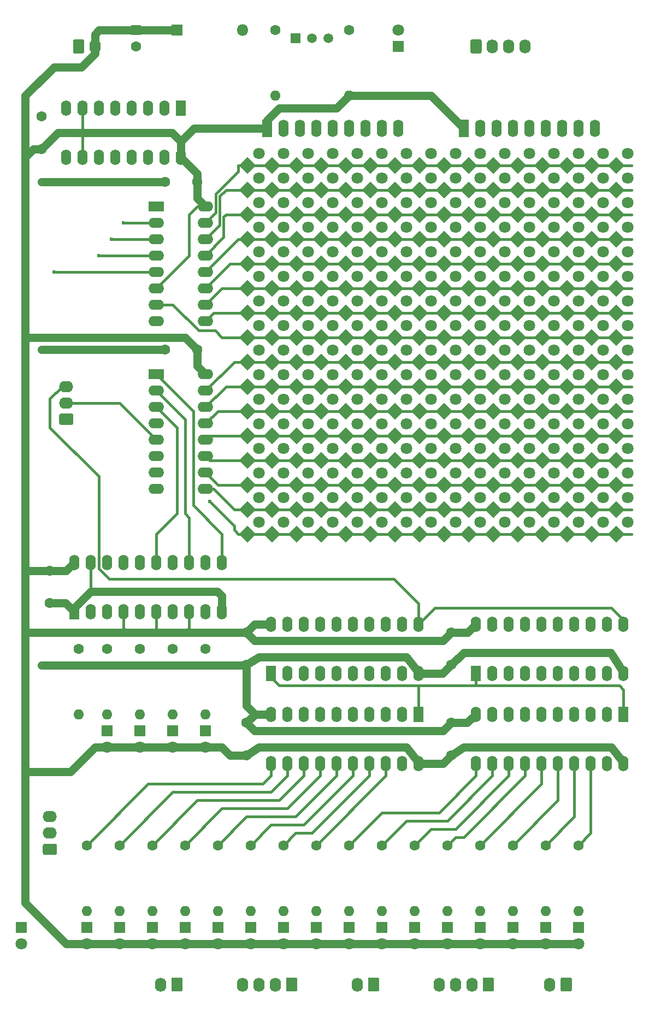
<source format=gbr>
G04 #@! TF.GenerationSoftware,KiCad,Pcbnew,(5.1.7)-1*
G04 #@! TF.CreationDate,2020-11-15T10:49:11+01:00*
G04 #@! TF.ProjectId,Steuerwerk,53746575-6572-4776-9572-6b2e6b696361,rev?*
G04 #@! TF.SameCoordinates,Original*
G04 #@! TF.FileFunction,Copper,L1,Top*
G04 #@! TF.FilePolarity,Positive*
%FSLAX46Y46*%
G04 Gerber Fmt 4.6, Leading zero omitted, Abs format (unit mm)*
G04 Created by KiCad (PCBNEW (5.1.7)-1) date 2020-11-15 10:49:11*
%MOMM*%
%LPD*%
G01*
G04 APERTURE LIST*
G04 #@! TA.AperFunction,ComponentPad*
%ADD10C,1.800000*%
G04 #@! TD*
G04 #@! TA.AperFunction,ComponentPad*
%ADD11C,0.100000*%
G04 #@! TD*
G04 #@! TA.AperFunction,ComponentPad*
%ADD12O,1.740000X2.190000*%
G04 #@! TD*
G04 #@! TA.AperFunction,ComponentPad*
%ADD13O,1.600000X2.700000*%
G04 #@! TD*
G04 #@! TA.AperFunction,ComponentPad*
%ADD14R,1.600000X2.700000*%
G04 #@! TD*
G04 #@! TA.AperFunction,ComponentPad*
%ADD15O,1.800000X1.800000*%
G04 #@! TD*
G04 #@! TA.AperFunction,ComponentPad*
%ADD16R,1.800000X1.800000*%
G04 #@! TD*
G04 #@! TA.AperFunction,ComponentPad*
%ADD17R,1.500000X1.500000*%
G04 #@! TD*
G04 #@! TA.AperFunction,ComponentPad*
%ADD18C,1.500000*%
G04 #@! TD*
G04 #@! TA.AperFunction,ComponentPad*
%ADD19O,2.400000X1.600000*%
G04 #@! TD*
G04 #@! TA.AperFunction,ComponentPad*
%ADD20R,2.400000X1.600000*%
G04 #@! TD*
G04 #@! TA.AperFunction,ComponentPad*
%ADD21O,1.600000X2.400000*%
G04 #@! TD*
G04 #@! TA.AperFunction,ComponentPad*
%ADD22R,1.600000X2.400000*%
G04 #@! TD*
G04 #@! TA.AperFunction,ComponentPad*
%ADD23O,1.600000X1.600000*%
G04 #@! TD*
G04 #@! TA.AperFunction,ComponentPad*
%ADD24C,1.600000*%
G04 #@! TD*
G04 #@! TA.AperFunction,ComponentPad*
%ADD25R,1.600000X1.600000*%
G04 #@! TD*
G04 #@! TA.AperFunction,ComponentPad*
%ADD26O,2.190000X1.740000*%
G04 #@! TD*
G04 #@! TA.AperFunction,ViaPad*
%ADD27C,0.600000*%
G04 #@! TD*
G04 #@! TA.AperFunction,Conductor*
%ADD28C,1.250000*%
G04 #@! TD*
G04 #@! TA.AperFunction,Conductor*
%ADD29C,0.400000*%
G04 #@! TD*
G04 APERTURE END LIST*
D10*
X138466000Y-113734947D03*
G04 #@! TA.AperFunction,ComponentPad*
D11*
G36*
X136669949Y-116803790D02*
G01*
X135397157Y-115530998D01*
X136669949Y-114258206D01*
X137942741Y-115530998D01*
X136669949Y-116803790D01*
G37*
G04 #@! TD.AperFunction*
D10*
X134656000Y-113734947D03*
G04 #@! TA.AperFunction,ComponentPad*
D11*
G36*
X132859949Y-116803790D02*
G01*
X131587157Y-115530998D01*
X132859949Y-114258206D01*
X134132741Y-115530998D01*
X132859949Y-116803790D01*
G37*
G04 #@! TD.AperFunction*
D10*
X138466000Y-109924947D03*
G04 #@! TA.AperFunction,ComponentPad*
D11*
G36*
X136669949Y-112993790D02*
G01*
X135397157Y-111720998D01*
X136669949Y-110448206D01*
X137942741Y-111720998D01*
X136669949Y-112993790D01*
G37*
G04 #@! TD.AperFunction*
D10*
X134656000Y-109924947D03*
G04 #@! TA.AperFunction,ComponentPad*
D11*
G36*
X132859949Y-112993790D02*
G01*
X131587157Y-111720998D01*
X132859949Y-110448206D01*
X134132741Y-111720998D01*
X132859949Y-112993790D01*
G37*
G04 #@! TD.AperFunction*
D10*
X138466000Y-106114947D03*
G04 #@! TA.AperFunction,ComponentPad*
D11*
G36*
X136669949Y-109183790D02*
G01*
X135397157Y-107910998D01*
X136669949Y-106638206D01*
X137942741Y-107910998D01*
X136669949Y-109183790D01*
G37*
G04 #@! TD.AperFunction*
D10*
X134656000Y-106114947D03*
G04 #@! TA.AperFunction,ComponentPad*
D11*
G36*
X132859949Y-109183790D02*
G01*
X131587157Y-107910998D01*
X132859949Y-106638206D01*
X134132741Y-107910998D01*
X132859949Y-109183790D01*
G37*
G04 #@! TD.AperFunction*
D10*
X138466000Y-102304947D03*
G04 #@! TA.AperFunction,ComponentPad*
D11*
G36*
X136669949Y-105373790D02*
G01*
X135397157Y-104100998D01*
X136669949Y-102828206D01*
X137942741Y-104100998D01*
X136669949Y-105373790D01*
G37*
G04 #@! TD.AperFunction*
D10*
X134656000Y-102304947D03*
G04 #@! TA.AperFunction,ComponentPad*
D11*
G36*
X132859949Y-105373790D02*
G01*
X131587157Y-104100998D01*
X132859949Y-102828206D01*
X134132741Y-104100998D01*
X132859949Y-105373790D01*
G37*
G04 #@! TD.AperFunction*
D10*
X138466000Y-98494947D03*
G04 #@! TA.AperFunction,ComponentPad*
D11*
G36*
X136669949Y-101563790D02*
G01*
X135397157Y-100290998D01*
X136669949Y-99018206D01*
X137942741Y-100290998D01*
X136669949Y-101563790D01*
G37*
G04 #@! TD.AperFunction*
D10*
X134656000Y-98494947D03*
G04 #@! TA.AperFunction,ComponentPad*
D11*
G36*
X132859949Y-101563790D02*
G01*
X131587157Y-100290998D01*
X132859949Y-99018206D01*
X134132741Y-100290998D01*
X132859949Y-101563790D01*
G37*
G04 #@! TD.AperFunction*
D10*
X138466000Y-94684947D03*
G04 #@! TA.AperFunction,ComponentPad*
D11*
G36*
X136669949Y-97753790D02*
G01*
X135397157Y-96480998D01*
X136669949Y-95208206D01*
X137942741Y-96480998D01*
X136669949Y-97753790D01*
G37*
G04 #@! TD.AperFunction*
D10*
X134656000Y-94684947D03*
G04 #@! TA.AperFunction,ComponentPad*
D11*
G36*
X132859949Y-97753790D02*
G01*
X131587157Y-96480998D01*
X132859949Y-95208206D01*
X134132741Y-96480998D01*
X132859949Y-97753790D01*
G37*
G04 #@! TD.AperFunction*
D10*
X138466000Y-90874947D03*
G04 #@! TA.AperFunction,ComponentPad*
D11*
G36*
X136669949Y-93943790D02*
G01*
X135397157Y-92670998D01*
X136669949Y-91398206D01*
X137942741Y-92670998D01*
X136669949Y-93943790D01*
G37*
G04 #@! TD.AperFunction*
D10*
X134656000Y-90874947D03*
G04 #@! TA.AperFunction,ComponentPad*
D11*
G36*
X132859949Y-93943790D02*
G01*
X131587157Y-92670998D01*
X132859949Y-91398206D01*
X134132741Y-92670998D01*
X132859949Y-93943790D01*
G37*
G04 #@! TD.AperFunction*
D10*
X138466000Y-87064947D03*
G04 #@! TA.AperFunction,ComponentPad*
D11*
G36*
X136669949Y-90133790D02*
G01*
X135397157Y-88860998D01*
X136669949Y-87588206D01*
X137942741Y-88860998D01*
X136669949Y-90133790D01*
G37*
G04 #@! TD.AperFunction*
D10*
X134656000Y-87064947D03*
G04 #@! TA.AperFunction,ComponentPad*
D11*
G36*
X132859949Y-90133790D02*
G01*
X131587157Y-88860998D01*
X132859949Y-87588206D01*
X134132741Y-88860998D01*
X132859949Y-90133790D01*
G37*
G04 #@! TD.AperFunction*
D10*
X138466000Y-83254947D03*
G04 #@! TA.AperFunction,ComponentPad*
D11*
G36*
X136669949Y-86323790D02*
G01*
X135397157Y-85050998D01*
X136669949Y-83778206D01*
X137942741Y-85050998D01*
X136669949Y-86323790D01*
G37*
G04 #@! TD.AperFunction*
D10*
X134656000Y-83254947D03*
G04 #@! TA.AperFunction,ComponentPad*
D11*
G36*
X132859949Y-86323790D02*
G01*
X131587157Y-85050998D01*
X132859949Y-83778206D01*
X134132741Y-85050998D01*
X132859949Y-86323790D01*
G37*
G04 #@! TD.AperFunction*
D10*
X138466000Y-79444947D03*
G04 #@! TA.AperFunction,ComponentPad*
D11*
G36*
X136669949Y-82513790D02*
G01*
X135397157Y-81240998D01*
X136669949Y-79968206D01*
X137942741Y-81240998D01*
X136669949Y-82513790D01*
G37*
G04 #@! TD.AperFunction*
D10*
X134656000Y-79444947D03*
G04 #@! TA.AperFunction,ComponentPad*
D11*
G36*
X132859949Y-82513790D02*
G01*
X131587157Y-81240998D01*
X132859949Y-79968206D01*
X134132741Y-81240998D01*
X132859949Y-82513790D01*
G37*
G04 #@! TD.AperFunction*
D10*
X138466000Y-75634947D03*
G04 #@! TA.AperFunction,ComponentPad*
D11*
G36*
X136669949Y-78703790D02*
G01*
X135397157Y-77430998D01*
X136669949Y-76158206D01*
X137942741Y-77430998D01*
X136669949Y-78703790D01*
G37*
G04 #@! TD.AperFunction*
D10*
X134656000Y-75634947D03*
G04 #@! TA.AperFunction,ComponentPad*
D11*
G36*
X132859949Y-78703790D02*
G01*
X131587157Y-77430998D01*
X132859949Y-76158206D01*
X134132741Y-77430998D01*
X132859949Y-78703790D01*
G37*
G04 #@! TD.AperFunction*
D10*
X138466000Y-71824947D03*
G04 #@! TA.AperFunction,ComponentPad*
D11*
G36*
X136669949Y-74893790D02*
G01*
X135397157Y-73620998D01*
X136669949Y-72348206D01*
X137942741Y-73620998D01*
X136669949Y-74893790D01*
G37*
G04 #@! TD.AperFunction*
D10*
X134656000Y-71824947D03*
G04 #@! TA.AperFunction,ComponentPad*
D11*
G36*
X132859949Y-74893790D02*
G01*
X131587157Y-73620998D01*
X132859949Y-72348206D01*
X134132741Y-73620998D01*
X132859949Y-74893790D01*
G37*
G04 #@! TD.AperFunction*
D10*
X138466000Y-68014947D03*
G04 #@! TA.AperFunction,ComponentPad*
D11*
G36*
X136669949Y-71083790D02*
G01*
X135397157Y-69810998D01*
X136669949Y-68538206D01*
X137942741Y-69810998D01*
X136669949Y-71083790D01*
G37*
G04 #@! TD.AperFunction*
D10*
X134656000Y-68014947D03*
G04 #@! TA.AperFunction,ComponentPad*
D11*
G36*
X132859949Y-71083790D02*
G01*
X131587157Y-69810998D01*
X132859949Y-68538206D01*
X134132741Y-69810998D01*
X132859949Y-71083790D01*
G37*
G04 #@! TD.AperFunction*
D10*
X130846000Y-113734947D03*
G04 #@! TA.AperFunction,ComponentPad*
D11*
G36*
X129049949Y-116803790D02*
G01*
X127777157Y-115530998D01*
X129049949Y-114258206D01*
X130322741Y-115530998D01*
X129049949Y-116803790D01*
G37*
G04 #@! TD.AperFunction*
D10*
X130846000Y-106114947D03*
G04 #@! TA.AperFunction,ComponentPad*
D11*
G36*
X129049949Y-109183790D02*
G01*
X127777157Y-107910998D01*
X129049949Y-106638206D01*
X130322741Y-107910998D01*
X129049949Y-109183790D01*
G37*
G04 #@! TD.AperFunction*
D10*
X130846000Y-102304947D03*
G04 #@! TA.AperFunction,ComponentPad*
D11*
G36*
X129049949Y-105373790D02*
G01*
X127777157Y-104100998D01*
X129049949Y-102828206D01*
X130322741Y-104100998D01*
X129049949Y-105373790D01*
G37*
G04 #@! TD.AperFunction*
D10*
X130846000Y-98494947D03*
G04 #@! TA.AperFunction,ComponentPad*
D11*
G36*
X129049949Y-101563790D02*
G01*
X127777157Y-100290998D01*
X129049949Y-99018206D01*
X130322741Y-100290998D01*
X129049949Y-101563790D01*
G37*
G04 #@! TD.AperFunction*
D10*
X130846000Y-94684947D03*
G04 #@! TA.AperFunction,ComponentPad*
D11*
G36*
X129049949Y-97753790D02*
G01*
X127777157Y-96480998D01*
X129049949Y-95208206D01*
X130322741Y-96480998D01*
X129049949Y-97753790D01*
G37*
G04 #@! TD.AperFunction*
D10*
X130846000Y-90874947D03*
G04 #@! TA.AperFunction,ComponentPad*
D11*
G36*
X129049949Y-93943790D02*
G01*
X127777157Y-92670998D01*
X129049949Y-91398206D01*
X130322741Y-92670998D01*
X129049949Y-93943790D01*
G37*
G04 #@! TD.AperFunction*
D10*
X130846000Y-87064947D03*
G04 #@! TA.AperFunction,ComponentPad*
D11*
G36*
X129049949Y-90133790D02*
G01*
X127777157Y-88860998D01*
X129049949Y-87588206D01*
X130322741Y-88860998D01*
X129049949Y-90133790D01*
G37*
G04 #@! TD.AperFunction*
D10*
X130846000Y-83254947D03*
G04 #@! TA.AperFunction,ComponentPad*
D11*
G36*
X129049949Y-86323790D02*
G01*
X127777157Y-85050998D01*
X129049949Y-83778206D01*
X130322741Y-85050998D01*
X129049949Y-86323790D01*
G37*
G04 #@! TD.AperFunction*
D10*
X130846000Y-79444947D03*
G04 #@! TA.AperFunction,ComponentPad*
D11*
G36*
X129049949Y-82513790D02*
G01*
X127777157Y-81240998D01*
X129049949Y-79968206D01*
X130322741Y-81240998D01*
X129049949Y-82513790D01*
G37*
G04 #@! TD.AperFunction*
D10*
X130846000Y-75634947D03*
G04 #@! TA.AperFunction,ComponentPad*
D11*
G36*
X129049949Y-78703790D02*
G01*
X127777157Y-77430998D01*
X129049949Y-76158206D01*
X130322741Y-77430998D01*
X129049949Y-78703790D01*
G37*
G04 #@! TD.AperFunction*
D10*
X130846000Y-71824947D03*
G04 #@! TA.AperFunction,ComponentPad*
D11*
G36*
X129049949Y-74893790D02*
G01*
X127777157Y-73620998D01*
X129049949Y-72348206D01*
X130322741Y-73620998D01*
X129049949Y-74893790D01*
G37*
G04 #@! TD.AperFunction*
D10*
X130846000Y-68014947D03*
G04 #@! TA.AperFunction,ComponentPad*
D11*
G36*
X129049949Y-71083790D02*
G01*
X127777157Y-69810998D01*
X129049949Y-68538206D01*
X130322741Y-69810998D01*
X129049949Y-71083790D01*
G37*
G04 #@! TD.AperFunction*
D10*
X127036000Y-113734947D03*
G04 #@! TA.AperFunction,ComponentPad*
D11*
G36*
X125239949Y-116803790D02*
G01*
X123967157Y-115530998D01*
X125239949Y-114258206D01*
X126512741Y-115530998D01*
X125239949Y-116803790D01*
G37*
G04 #@! TD.AperFunction*
D10*
X127036000Y-109924947D03*
G04 #@! TA.AperFunction,ComponentPad*
D11*
G36*
X125239949Y-112993790D02*
G01*
X123967157Y-111720998D01*
X125239949Y-110448206D01*
X126512741Y-111720998D01*
X125239949Y-112993790D01*
G37*
G04 #@! TD.AperFunction*
D10*
X127036000Y-106114947D03*
G04 #@! TA.AperFunction,ComponentPad*
D11*
G36*
X125239949Y-109183790D02*
G01*
X123967157Y-107910998D01*
X125239949Y-106638206D01*
X126512741Y-107910998D01*
X125239949Y-109183790D01*
G37*
G04 #@! TD.AperFunction*
D10*
X127036000Y-98494947D03*
G04 #@! TA.AperFunction,ComponentPad*
D11*
G36*
X125239949Y-101563790D02*
G01*
X123967157Y-100290998D01*
X125239949Y-99018206D01*
X126512741Y-100290998D01*
X125239949Y-101563790D01*
G37*
G04 #@! TD.AperFunction*
D10*
X127036000Y-94684947D03*
G04 #@! TA.AperFunction,ComponentPad*
D11*
G36*
X125239949Y-97753790D02*
G01*
X123967157Y-96480998D01*
X125239949Y-95208206D01*
X126512741Y-96480998D01*
X125239949Y-97753790D01*
G37*
G04 #@! TD.AperFunction*
D10*
X127036000Y-87064947D03*
G04 #@! TA.AperFunction,ComponentPad*
D11*
G36*
X125239949Y-90133790D02*
G01*
X123967157Y-88860998D01*
X125239949Y-87588206D01*
X126512741Y-88860998D01*
X125239949Y-90133790D01*
G37*
G04 #@! TD.AperFunction*
D10*
X127036000Y-83254947D03*
G04 #@! TA.AperFunction,ComponentPad*
D11*
G36*
X125239949Y-86323790D02*
G01*
X123967157Y-85050998D01*
X125239949Y-83778206D01*
X126512741Y-85050998D01*
X125239949Y-86323790D01*
G37*
G04 #@! TD.AperFunction*
D10*
X127036000Y-79444947D03*
G04 #@! TA.AperFunction,ComponentPad*
D11*
G36*
X125239949Y-82513790D02*
G01*
X123967157Y-81240998D01*
X125239949Y-79968206D01*
X126512741Y-81240998D01*
X125239949Y-82513790D01*
G37*
G04 #@! TD.AperFunction*
D10*
X127036000Y-71824947D03*
G04 #@! TA.AperFunction,ComponentPad*
D11*
G36*
X125239949Y-74893790D02*
G01*
X123967157Y-73620998D01*
X125239949Y-72348206D01*
X126512741Y-73620998D01*
X125239949Y-74893790D01*
G37*
G04 #@! TD.AperFunction*
D10*
X127036000Y-68014947D03*
G04 #@! TA.AperFunction,ComponentPad*
D11*
G36*
X125239949Y-71083790D02*
G01*
X123967157Y-69810998D01*
X125239949Y-68538206D01*
X126512741Y-69810998D01*
X125239949Y-71083790D01*
G37*
G04 #@! TD.AperFunction*
D10*
X123226000Y-113734947D03*
G04 #@! TA.AperFunction,ComponentPad*
D11*
G36*
X121429949Y-116803790D02*
G01*
X120157157Y-115530998D01*
X121429949Y-114258206D01*
X122702741Y-115530998D01*
X121429949Y-116803790D01*
G37*
G04 #@! TD.AperFunction*
D10*
X119416000Y-113734947D03*
G04 #@! TA.AperFunction,ComponentPad*
D11*
G36*
X117619949Y-116803790D02*
G01*
X116347157Y-115530998D01*
X117619949Y-114258206D01*
X118892741Y-115530998D01*
X117619949Y-116803790D01*
G37*
G04 #@! TD.AperFunction*
D10*
X119416000Y-109924947D03*
G04 #@! TA.AperFunction,ComponentPad*
D11*
G36*
X117619949Y-112993790D02*
G01*
X116347157Y-111720998D01*
X117619949Y-110448206D01*
X118892741Y-111720998D01*
X117619949Y-112993790D01*
G37*
G04 #@! TD.AperFunction*
D10*
X119416000Y-106114947D03*
G04 #@! TA.AperFunction,ComponentPad*
D11*
G36*
X117619949Y-109183790D02*
G01*
X116347157Y-107910998D01*
X117619949Y-106638206D01*
X118892741Y-107910998D01*
X117619949Y-109183790D01*
G37*
G04 #@! TD.AperFunction*
D10*
X119416000Y-102304947D03*
G04 #@! TA.AperFunction,ComponentPad*
D11*
G36*
X117619949Y-105373790D02*
G01*
X116347157Y-104100998D01*
X117619949Y-102828206D01*
X118892741Y-104100998D01*
X117619949Y-105373790D01*
G37*
G04 #@! TD.AperFunction*
D10*
X119416000Y-98494947D03*
G04 #@! TA.AperFunction,ComponentPad*
D11*
G36*
X117619949Y-101563790D02*
G01*
X116347157Y-100290998D01*
X117619949Y-99018206D01*
X118892741Y-100290998D01*
X117619949Y-101563790D01*
G37*
G04 #@! TD.AperFunction*
D10*
X119416000Y-94684947D03*
G04 #@! TA.AperFunction,ComponentPad*
D11*
G36*
X117619949Y-97753790D02*
G01*
X116347157Y-96480998D01*
X117619949Y-95208206D01*
X118892741Y-96480998D01*
X117619949Y-97753790D01*
G37*
G04 #@! TD.AperFunction*
D10*
X119416000Y-90874947D03*
G04 #@! TA.AperFunction,ComponentPad*
D11*
G36*
X117619949Y-93943790D02*
G01*
X116347157Y-92670998D01*
X117619949Y-91398206D01*
X118892741Y-92670998D01*
X117619949Y-93943790D01*
G37*
G04 #@! TD.AperFunction*
D10*
X119416000Y-87064947D03*
G04 #@! TA.AperFunction,ComponentPad*
D11*
G36*
X117619949Y-90133790D02*
G01*
X116347157Y-88860998D01*
X117619949Y-87588206D01*
X118892741Y-88860998D01*
X117619949Y-90133790D01*
G37*
G04 #@! TD.AperFunction*
D10*
X119416000Y-83254947D03*
G04 #@! TA.AperFunction,ComponentPad*
D11*
G36*
X117619949Y-86323790D02*
G01*
X116347157Y-85050998D01*
X117619949Y-83778206D01*
X118892741Y-85050998D01*
X117619949Y-86323790D01*
G37*
G04 #@! TD.AperFunction*
D10*
X119416000Y-79444947D03*
G04 #@! TA.AperFunction,ComponentPad*
D11*
G36*
X117619949Y-82513790D02*
G01*
X116347157Y-81240998D01*
X117619949Y-79968206D01*
X118892741Y-81240998D01*
X117619949Y-82513790D01*
G37*
G04 #@! TD.AperFunction*
D10*
X119416000Y-75634947D03*
G04 #@! TA.AperFunction,ComponentPad*
D11*
G36*
X117619949Y-78703790D02*
G01*
X116347157Y-77430998D01*
X117619949Y-76158206D01*
X118892741Y-77430998D01*
X117619949Y-78703790D01*
G37*
G04 #@! TD.AperFunction*
D10*
X119416000Y-71824947D03*
G04 #@! TA.AperFunction,ComponentPad*
D11*
G36*
X117619949Y-74893790D02*
G01*
X116347157Y-73620998D01*
X117619949Y-72348206D01*
X118892741Y-73620998D01*
X117619949Y-74893790D01*
G37*
G04 #@! TD.AperFunction*
D10*
X119416000Y-68014947D03*
G04 #@! TA.AperFunction,ComponentPad*
D11*
G36*
X117619949Y-71083790D02*
G01*
X116347157Y-69810998D01*
X117619949Y-68538206D01*
X118892741Y-69810998D01*
X117619949Y-71083790D01*
G37*
G04 #@! TD.AperFunction*
D10*
X115606000Y-113734947D03*
G04 #@! TA.AperFunction,ComponentPad*
D11*
G36*
X113809949Y-116803790D02*
G01*
X112537157Y-115530998D01*
X113809949Y-114258206D01*
X115082741Y-115530998D01*
X113809949Y-116803790D01*
G37*
G04 #@! TD.AperFunction*
D10*
X115606000Y-109924947D03*
G04 #@! TA.AperFunction,ComponentPad*
D11*
G36*
X113809949Y-112993790D02*
G01*
X112537157Y-111720998D01*
X113809949Y-110448206D01*
X115082741Y-111720998D01*
X113809949Y-112993790D01*
G37*
G04 #@! TD.AperFunction*
D10*
X115606000Y-106114947D03*
G04 #@! TA.AperFunction,ComponentPad*
D11*
G36*
X113809949Y-109183790D02*
G01*
X112537157Y-107910998D01*
X113809949Y-106638206D01*
X115082741Y-107910998D01*
X113809949Y-109183790D01*
G37*
G04 #@! TD.AperFunction*
D10*
X115606000Y-102304947D03*
G04 #@! TA.AperFunction,ComponentPad*
D11*
G36*
X113809949Y-105373790D02*
G01*
X112537157Y-104100998D01*
X113809949Y-102828206D01*
X115082741Y-104100998D01*
X113809949Y-105373790D01*
G37*
G04 #@! TD.AperFunction*
D10*
X115606000Y-98494947D03*
G04 #@! TA.AperFunction,ComponentPad*
D11*
G36*
X113809949Y-101563790D02*
G01*
X112537157Y-100290998D01*
X113809949Y-99018206D01*
X115082741Y-100290998D01*
X113809949Y-101563790D01*
G37*
G04 #@! TD.AperFunction*
D10*
X115606000Y-94684947D03*
G04 #@! TA.AperFunction,ComponentPad*
D11*
G36*
X113809949Y-97753790D02*
G01*
X112537157Y-96480998D01*
X113809949Y-95208206D01*
X115082741Y-96480998D01*
X113809949Y-97753790D01*
G37*
G04 #@! TD.AperFunction*
D10*
X115606000Y-90874947D03*
G04 #@! TA.AperFunction,ComponentPad*
D11*
G36*
X113809949Y-93943790D02*
G01*
X112537157Y-92670998D01*
X113809949Y-91398206D01*
X115082741Y-92670998D01*
X113809949Y-93943790D01*
G37*
G04 #@! TD.AperFunction*
D10*
X115606000Y-87064947D03*
G04 #@! TA.AperFunction,ComponentPad*
D11*
G36*
X113809949Y-90133790D02*
G01*
X112537157Y-88860998D01*
X113809949Y-87588206D01*
X115082741Y-88860998D01*
X113809949Y-90133790D01*
G37*
G04 #@! TD.AperFunction*
D10*
X115606000Y-83254947D03*
G04 #@! TA.AperFunction,ComponentPad*
D11*
G36*
X113809949Y-86323790D02*
G01*
X112537157Y-85050998D01*
X113809949Y-83778206D01*
X115082741Y-85050998D01*
X113809949Y-86323790D01*
G37*
G04 #@! TD.AperFunction*
D10*
X115606000Y-79444947D03*
G04 #@! TA.AperFunction,ComponentPad*
D11*
G36*
X113809949Y-82513790D02*
G01*
X112537157Y-81240998D01*
X113809949Y-79968206D01*
X115082741Y-81240998D01*
X113809949Y-82513790D01*
G37*
G04 #@! TD.AperFunction*
D10*
X115606000Y-75634947D03*
G04 #@! TA.AperFunction,ComponentPad*
D11*
G36*
X113809949Y-78703790D02*
G01*
X112537157Y-77430998D01*
X113809949Y-76158206D01*
X115082741Y-77430998D01*
X113809949Y-78703790D01*
G37*
G04 #@! TD.AperFunction*
D10*
X115606000Y-71824947D03*
G04 #@! TA.AperFunction,ComponentPad*
D11*
G36*
X113809949Y-74893790D02*
G01*
X112537157Y-73620998D01*
X113809949Y-72348206D01*
X115082741Y-73620998D01*
X113809949Y-74893790D01*
G37*
G04 #@! TD.AperFunction*
D10*
X115606000Y-68014947D03*
G04 #@! TA.AperFunction,ComponentPad*
D11*
G36*
X113809949Y-71083790D02*
G01*
X112537157Y-69810998D01*
X113809949Y-68538206D01*
X115082741Y-69810998D01*
X113809949Y-71083790D01*
G37*
G04 #@! TD.AperFunction*
D10*
X111796000Y-113734947D03*
G04 #@! TA.AperFunction,ComponentPad*
D11*
G36*
X109999949Y-116803790D02*
G01*
X108727157Y-115530998D01*
X109999949Y-114258206D01*
X111272741Y-115530998D01*
X109999949Y-116803790D01*
G37*
G04 #@! TD.AperFunction*
D10*
X111796000Y-109924947D03*
G04 #@! TA.AperFunction,ComponentPad*
D11*
G36*
X109999949Y-112993790D02*
G01*
X108727157Y-111720998D01*
X109999949Y-110448206D01*
X111272741Y-111720998D01*
X109999949Y-112993790D01*
G37*
G04 #@! TD.AperFunction*
D10*
X111796000Y-106114947D03*
G04 #@! TA.AperFunction,ComponentPad*
D11*
G36*
X109999949Y-109183790D02*
G01*
X108727157Y-107910998D01*
X109999949Y-106638206D01*
X111272741Y-107910998D01*
X109999949Y-109183790D01*
G37*
G04 #@! TD.AperFunction*
D10*
X111796000Y-102304947D03*
G04 #@! TA.AperFunction,ComponentPad*
D11*
G36*
X109999949Y-105373790D02*
G01*
X108727157Y-104100998D01*
X109999949Y-102828206D01*
X111272741Y-104100998D01*
X109999949Y-105373790D01*
G37*
G04 #@! TD.AperFunction*
D10*
X111796000Y-94684947D03*
G04 #@! TA.AperFunction,ComponentPad*
D11*
G36*
X109999949Y-97753790D02*
G01*
X108727157Y-96480998D01*
X109999949Y-95208206D01*
X111272741Y-96480998D01*
X109999949Y-97753790D01*
G37*
G04 #@! TD.AperFunction*
D10*
X111796000Y-90874947D03*
G04 #@! TA.AperFunction,ComponentPad*
D11*
G36*
X109999949Y-93943790D02*
G01*
X108727157Y-92670998D01*
X109999949Y-91398206D01*
X111272741Y-92670998D01*
X109999949Y-93943790D01*
G37*
G04 #@! TD.AperFunction*
D10*
X111796000Y-87064947D03*
G04 #@! TA.AperFunction,ComponentPad*
D11*
G36*
X109999949Y-90133790D02*
G01*
X108727157Y-88860998D01*
X109999949Y-87588206D01*
X111272741Y-88860998D01*
X109999949Y-90133790D01*
G37*
G04 #@! TD.AperFunction*
D10*
X111796000Y-83254947D03*
G04 #@! TA.AperFunction,ComponentPad*
D11*
G36*
X109999949Y-86323790D02*
G01*
X108727157Y-85050998D01*
X109999949Y-83778206D01*
X111272741Y-85050998D01*
X109999949Y-86323790D01*
G37*
G04 #@! TD.AperFunction*
D10*
X111796000Y-79444947D03*
G04 #@! TA.AperFunction,ComponentPad*
D11*
G36*
X109999949Y-82513790D02*
G01*
X108727157Y-81240998D01*
X109999949Y-79968206D01*
X111272741Y-81240998D01*
X109999949Y-82513790D01*
G37*
G04 #@! TD.AperFunction*
D10*
X111796000Y-75634947D03*
G04 #@! TA.AperFunction,ComponentPad*
D11*
G36*
X109999949Y-78703790D02*
G01*
X108727157Y-77430998D01*
X109999949Y-76158206D01*
X111272741Y-77430998D01*
X109999949Y-78703790D01*
G37*
G04 #@! TD.AperFunction*
D10*
X111796000Y-71824947D03*
G04 #@! TA.AperFunction,ComponentPad*
D11*
G36*
X109999949Y-74893790D02*
G01*
X108727157Y-73620998D01*
X109999949Y-72348206D01*
X111272741Y-73620998D01*
X109999949Y-74893790D01*
G37*
G04 #@! TD.AperFunction*
D10*
X111796000Y-68014947D03*
G04 #@! TA.AperFunction,ComponentPad*
D11*
G36*
X109999949Y-71083790D02*
G01*
X108727157Y-69810998D01*
X109999949Y-68538206D01*
X111272741Y-69810998D01*
X109999949Y-71083790D01*
G37*
G04 #@! TD.AperFunction*
D10*
X138466000Y-64204947D03*
G04 #@! TA.AperFunction,ComponentPad*
D11*
G36*
X136669949Y-67273790D02*
G01*
X135397157Y-66000998D01*
X136669949Y-64728206D01*
X137942741Y-66000998D01*
X136669949Y-67273790D01*
G37*
G04 #@! TD.AperFunction*
D10*
X134656000Y-64204947D03*
G04 #@! TA.AperFunction,ComponentPad*
D11*
G36*
X132859949Y-67273790D02*
G01*
X131587157Y-66000998D01*
X132859949Y-64728206D01*
X134132741Y-66000998D01*
X132859949Y-67273790D01*
G37*
G04 #@! TD.AperFunction*
D10*
X130846000Y-64204947D03*
G04 #@! TA.AperFunction,ComponentPad*
D11*
G36*
X129049949Y-67273790D02*
G01*
X127777157Y-66000998D01*
X129049949Y-64728206D01*
X130322741Y-66000998D01*
X129049949Y-67273790D01*
G37*
G04 #@! TD.AperFunction*
D10*
X127036000Y-64204947D03*
G04 #@! TA.AperFunction,ComponentPad*
D11*
G36*
X125239949Y-67273790D02*
G01*
X123967157Y-66000998D01*
X125239949Y-64728206D01*
X126512741Y-66000998D01*
X125239949Y-67273790D01*
G37*
G04 #@! TD.AperFunction*
D10*
X123226000Y-64204947D03*
G04 #@! TA.AperFunction,ComponentPad*
D11*
G36*
X121429949Y-67273790D02*
G01*
X120157157Y-66000998D01*
X121429949Y-64728206D01*
X122702741Y-66000998D01*
X121429949Y-67273790D01*
G37*
G04 #@! TD.AperFunction*
D10*
X119416000Y-64204947D03*
G04 #@! TA.AperFunction,ComponentPad*
D11*
G36*
X117619949Y-67273790D02*
G01*
X116347157Y-66000998D01*
X117619949Y-64728206D01*
X118892741Y-66000998D01*
X117619949Y-67273790D01*
G37*
G04 #@! TD.AperFunction*
D10*
X111796000Y-64204947D03*
G04 #@! TA.AperFunction,ComponentPad*
D11*
G36*
X109999949Y-67273790D02*
G01*
X108727157Y-66000998D01*
X109999949Y-64728206D01*
X111272741Y-66000998D01*
X109999949Y-67273790D01*
G37*
G04 #@! TD.AperFunction*
D10*
X138466000Y-60394947D03*
G04 #@! TA.AperFunction,ComponentPad*
D11*
G36*
X136669949Y-63463790D02*
G01*
X135397157Y-62190998D01*
X136669949Y-60918206D01*
X137942741Y-62190998D01*
X136669949Y-63463790D01*
G37*
G04 #@! TD.AperFunction*
D10*
X134656000Y-60394947D03*
G04 #@! TA.AperFunction,ComponentPad*
D11*
G36*
X132859949Y-63463790D02*
G01*
X131587157Y-62190998D01*
X132859949Y-60918206D01*
X134132741Y-62190998D01*
X132859949Y-63463790D01*
G37*
G04 #@! TD.AperFunction*
D10*
X130846000Y-60394947D03*
G04 #@! TA.AperFunction,ComponentPad*
D11*
G36*
X129049949Y-63463790D02*
G01*
X127777157Y-62190998D01*
X129049949Y-60918206D01*
X130322741Y-62190998D01*
X129049949Y-63463790D01*
G37*
G04 #@! TD.AperFunction*
D10*
X127036000Y-60394947D03*
G04 #@! TA.AperFunction,ComponentPad*
D11*
G36*
X125239949Y-63463790D02*
G01*
X123967157Y-62190998D01*
X125239949Y-60918206D01*
X126512741Y-62190998D01*
X125239949Y-63463790D01*
G37*
G04 #@! TD.AperFunction*
D10*
X123226000Y-60394947D03*
G04 #@! TA.AperFunction,ComponentPad*
D11*
G36*
X121429949Y-63463790D02*
G01*
X120157157Y-62190998D01*
X121429949Y-60918206D01*
X122702741Y-62190998D01*
X121429949Y-63463790D01*
G37*
G04 #@! TD.AperFunction*
D10*
X111814051Y-60394947D03*
G04 #@! TA.AperFunction,ComponentPad*
D11*
G36*
X110018000Y-63463790D02*
G01*
X108745208Y-62190998D01*
X110018000Y-60918206D01*
X111290792Y-62190998D01*
X110018000Y-63463790D01*
G37*
G04 #@! TD.AperFunction*
D10*
X138466000Y-56584947D03*
G04 #@! TA.AperFunction,ComponentPad*
D11*
G36*
X136669949Y-59653790D02*
G01*
X135397157Y-58380998D01*
X136669949Y-57108206D01*
X137942741Y-58380998D01*
X136669949Y-59653790D01*
G37*
G04 #@! TD.AperFunction*
D10*
X134656000Y-56584947D03*
G04 #@! TA.AperFunction,ComponentPad*
D11*
G36*
X132859949Y-59653790D02*
G01*
X131587157Y-58380998D01*
X132859949Y-57108206D01*
X134132741Y-58380998D01*
X132859949Y-59653790D01*
G37*
G04 #@! TD.AperFunction*
D10*
X130846000Y-56584947D03*
G04 #@! TA.AperFunction,ComponentPad*
D11*
G36*
X129049949Y-59653790D02*
G01*
X127777157Y-58380998D01*
X129049949Y-57108206D01*
X130322741Y-58380998D01*
X129049949Y-59653790D01*
G37*
G04 #@! TD.AperFunction*
D10*
X127036000Y-56584947D03*
G04 #@! TA.AperFunction,ComponentPad*
D11*
G36*
X125239949Y-59653790D02*
G01*
X123967157Y-58380998D01*
X125239949Y-57108206D01*
X126512741Y-58380998D01*
X125239949Y-59653790D01*
G37*
G04 #@! TD.AperFunction*
D10*
X123226000Y-56584947D03*
G04 #@! TA.AperFunction,ComponentPad*
D11*
G36*
X121429949Y-59653790D02*
G01*
X120157157Y-58380998D01*
X121429949Y-57108206D01*
X122702741Y-58380998D01*
X121429949Y-59653790D01*
G37*
G04 #@! TD.AperFunction*
D10*
X119416000Y-56584947D03*
G04 #@! TA.AperFunction,ComponentPad*
D11*
G36*
X117619949Y-59653790D02*
G01*
X116347157Y-58380998D01*
X117619949Y-57108206D01*
X118892741Y-58380998D01*
X117619949Y-59653790D01*
G37*
G04 #@! TD.AperFunction*
D10*
X111796000Y-56584947D03*
G04 #@! TA.AperFunction,ComponentPad*
D11*
G36*
X109999949Y-59653790D02*
G01*
X108727157Y-58380998D01*
X109999949Y-57108206D01*
X111272741Y-58380998D01*
X109999949Y-59653790D01*
G37*
G04 #@! TD.AperFunction*
D10*
X130846000Y-109924947D03*
G04 #@! TA.AperFunction,ComponentPad*
D11*
G36*
X129049949Y-112993790D02*
G01*
X127777157Y-111720998D01*
X129049949Y-110448206D01*
X130322741Y-111720998D01*
X129049949Y-112993790D01*
G37*
G04 #@! TD.AperFunction*
D10*
X123226000Y-109924947D03*
G04 #@! TA.AperFunction,ComponentPad*
D11*
G36*
X121429949Y-112993790D02*
G01*
X120157157Y-111720998D01*
X121429949Y-110448206D01*
X122702741Y-111720998D01*
X121429949Y-112993790D01*
G37*
G04 #@! TD.AperFunction*
D10*
X88936000Y-109924947D03*
G04 #@! TA.AperFunction,ComponentPad*
D11*
G36*
X87139949Y-112993790D02*
G01*
X85867157Y-111720998D01*
X87139949Y-110448206D01*
X88412741Y-111720998D01*
X87139949Y-112993790D01*
G37*
G04 #@! TD.AperFunction*
D10*
X81316000Y-109924947D03*
G04 #@! TA.AperFunction,ComponentPad*
D11*
G36*
X79519949Y-112993790D02*
G01*
X78247157Y-111720998D01*
X79519949Y-110448206D01*
X80792741Y-111720998D01*
X79519949Y-112993790D01*
G37*
G04 #@! TD.AperFunction*
D10*
X123226000Y-106114947D03*
G04 #@! TA.AperFunction,ComponentPad*
D11*
G36*
X121429949Y-109183790D02*
G01*
X120157157Y-107910998D01*
X121429949Y-106638206D01*
X122702741Y-107910998D01*
X121429949Y-109183790D01*
G37*
G04 #@! TD.AperFunction*
D10*
X88936000Y-106114947D03*
G04 #@! TA.AperFunction,ComponentPad*
D11*
G36*
X87139949Y-109183790D02*
G01*
X85867157Y-107910998D01*
X87139949Y-106638206D01*
X88412741Y-107910998D01*
X87139949Y-109183790D01*
G37*
G04 #@! TD.AperFunction*
D10*
X127036000Y-102304947D03*
G04 #@! TA.AperFunction,ComponentPad*
D11*
G36*
X125239949Y-105373790D02*
G01*
X123967157Y-104100998D01*
X125239949Y-102828206D01*
X126512741Y-104100998D01*
X125239949Y-105373790D01*
G37*
G04 #@! TD.AperFunction*
D10*
X123226000Y-102304947D03*
G04 #@! TA.AperFunction,ComponentPad*
D11*
G36*
X121429949Y-105373790D02*
G01*
X120157157Y-104100998D01*
X121429949Y-102828206D01*
X122702741Y-104100998D01*
X121429949Y-105373790D01*
G37*
G04 #@! TD.AperFunction*
D10*
X123226000Y-98494947D03*
G04 #@! TA.AperFunction,ComponentPad*
D11*
G36*
X121429949Y-101563790D02*
G01*
X120157157Y-100290998D01*
X121429949Y-99018206D01*
X122702741Y-100290998D01*
X121429949Y-101563790D01*
G37*
G04 #@! TD.AperFunction*
D10*
X111796000Y-98494947D03*
G04 #@! TA.AperFunction,ComponentPad*
D11*
G36*
X109999949Y-101563790D02*
G01*
X108727157Y-100290998D01*
X109999949Y-99018206D01*
X111272741Y-100290998D01*
X109999949Y-101563790D01*
G37*
G04 #@! TD.AperFunction*
D10*
X81316000Y-98494947D03*
G04 #@! TA.AperFunction,ComponentPad*
D11*
G36*
X79519949Y-101563790D02*
G01*
X78247157Y-100290998D01*
X79519949Y-99018206D01*
X80792741Y-100290998D01*
X79519949Y-101563790D01*
G37*
G04 #@! TD.AperFunction*
D10*
X123226000Y-94684947D03*
G04 #@! TA.AperFunction,ComponentPad*
D11*
G36*
X121429949Y-97753790D02*
G01*
X120157157Y-96480998D01*
X121429949Y-95208206D01*
X122702741Y-96480998D01*
X121429949Y-97753790D01*
G37*
G04 #@! TD.AperFunction*
D10*
X107986000Y-94684947D03*
G04 #@! TA.AperFunction,ComponentPad*
D11*
G36*
X106189949Y-97753790D02*
G01*
X104917157Y-96480998D01*
X106189949Y-95208206D01*
X107462741Y-96480998D01*
X106189949Y-97753790D01*
G37*
G04 #@! TD.AperFunction*
D10*
X92746000Y-94684947D03*
G04 #@! TA.AperFunction,ComponentPad*
D11*
G36*
X90949949Y-97753790D02*
G01*
X89677157Y-96480998D01*
X90949949Y-95208206D01*
X92222741Y-96480998D01*
X90949949Y-97753790D01*
G37*
G04 #@! TD.AperFunction*
D10*
X81316000Y-94684947D03*
G04 #@! TA.AperFunction,ComponentPad*
D11*
G36*
X79519949Y-97753790D02*
G01*
X78247157Y-96480998D01*
X79519949Y-95208206D01*
X80792741Y-96480998D01*
X79519949Y-97753790D01*
G37*
G04 #@! TD.AperFunction*
D10*
X127036000Y-90874947D03*
G04 #@! TA.AperFunction,ComponentPad*
D11*
G36*
X125239949Y-93943790D02*
G01*
X123967157Y-92670998D01*
X125239949Y-91398206D01*
X126512741Y-92670998D01*
X125239949Y-93943790D01*
G37*
G04 #@! TD.AperFunction*
D10*
X123226000Y-90874947D03*
G04 #@! TA.AperFunction,ComponentPad*
D11*
G36*
X121429949Y-93943790D02*
G01*
X120157157Y-92670998D01*
X121429949Y-91398206D01*
X122702741Y-92670998D01*
X121429949Y-93943790D01*
G37*
G04 #@! TD.AperFunction*
D10*
X100366000Y-90874947D03*
G04 #@! TA.AperFunction,ComponentPad*
D11*
G36*
X98569949Y-93943790D02*
G01*
X97297157Y-92670998D01*
X98569949Y-91398206D01*
X99842741Y-92670998D01*
X98569949Y-93943790D01*
G37*
G04 #@! TD.AperFunction*
D10*
X123226000Y-87064947D03*
G04 #@! TA.AperFunction,ComponentPad*
D11*
G36*
X121429949Y-90133790D02*
G01*
X120157157Y-88860998D01*
X121429949Y-87588206D01*
X122702741Y-88860998D01*
X121429949Y-90133790D01*
G37*
G04 #@! TD.AperFunction*
D10*
X104176000Y-87064947D03*
G04 #@! TA.AperFunction,ComponentPad*
D11*
G36*
X102379949Y-90133790D02*
G01*
X101107157Y-88860998D01*
X102379949Y-87588206D01*
X103652741Y-88860998D01*
X102379949Y-90133790D01*
G37*
G04 #@! TD.AperFunction*
D10*
X88936000Y-87064947D03*
G04 #@! TA.AperFunction,ComponentPad*
D11*
G36*
X87139949Y-90133790D02*
G01*
X85867157Y-88860998D01*
X87139949Y-87588206D01*
X88412741Y-88860998D01*
X87139949Y-90133790D01*
G37*
G04 #@! TD.AperFunction*
D10*
X123226000Y-83254947D03*
G04 #@! TA.AperFunction,ComponentPad*
D11*
G36*
X121429949Y-86323790D02*
G01*
X120157157Y-85050998D01*
X121429949Y-83778206D01*
X122702741Y-85050998D01*
X121429949Y-86323790D01*
G37*
G04 #@! TD.AperFunction*
D10*
X123226000Y-79444947D03*
G04 #@! TA.AperFunction,ComponentPad*
D11*
G36*
X121429949Y-82513790D02*
G01*
X120157157Y-81240998D01*
X121429949Y-79968206D01*
X122702741Y-81240998D01*
X121429949Y-82513790D01*
G37*
G04 #@! TD.AperFunction*
D10*
X107986000Y-79444947D03*
G04 #@! TA.AperFunction,ComponentPad*
D11*
G36*
X106189949Y-82513790D02*
G01*
X104917157Y-81240998D01*
X106189949Y-79968206D01*
X107462741Y-81240998D01*
X106189949Y-82513790D01*
G37*
G04 #@! TD.AperFunction*
D10*
X92746000Y-79444947D03*
G04 #@! TA.AperFunction,ComponentPad*
D11*
G36*
X90949949Y-82513790D02*
G01*
X89677157Y-81240998D01*
X90949949Y-79968206D01*
X92222741Y-81240998D01*
X90949949Y-82513790D01*
G37*
G04 #@! TD.AperFunction*
D10*
X127036000Y-75634947D03*
G04 #@! TA.AperFunction,ComponentPad*
D11*
G36*
X125239949Y-78703790D02*
G01*
X123967157Y-77430998D01*
X125239949Y-76158206D01*
X126512741Y-77430998D01*
X125239949Y-78703790D01*
G37*
G04 #@! TD.AperFunction*
D10*
X123226000Y-75634947D03*
G04 #@! TA.AperFunction,ComponentPad*
D11*
G36*
X121429949Y-78703790D02*
G01*
X120157157Y-77430998D01*
X121429949Y-76158206D01*
X122702741Y-77430998D01*
X121429949Y-78703790D01*
G37*
G04 #@! TD.AperFunction*
D10*
X96556000Y-75634947D03*
G04 #@! TA.AperFunction,ComponentPad*
D11*
G36*
X94759949Y-78703790D02*
G01*
X93487157Y-77430998D01*
X94759949Y-76158206D01*
X96032741Y-77430998D01*
X94759949Y-78703790D01*
G37*
G04 #@! TD.AperFunction*
D10*
X123226000Y-71824947D03*
G04 #@! TA.AperFunction,ComponentPad*
D11*
G36*
X121429949Y-74893790D02*
G01*
X120157157Y-73620998D01*
X121429949Y-72348206D01*
X122702741Y-73620998D01*
X121429949Y-74893790D01*
G37*
G04 #@! TD.AperFunction*
D10*
X104176000Y-71824947D03*
G04 #@! TA.AperFunction,ComponentPad*
D11*
G36*
X102379949Y-74893790D02*
G01*
X101107157Y-73620998D01*
X102379949Y-72348206D01*
X103652741Y-73620998D01*
X102379949Y-74893790D01*
G37*
G04 #@! TD.AperFunction*
D10*
X88936000Y-71824947D03*
G04 #@! TA.AperFunction,ComponentPad*
D11*
G36*
X87139949Y-74893790D02*
G01*
X85867157Y-73620998D01*
X87139949Y-72348206D01*
X88412741Y-73620998D01*
X87139949Y-74893790D01*
G37*
G04 #@! TD.AperFunction*
D10*
X123226000Y-68014947D03*
G04 #@! TA.AperFunction,ComponentPad*
D11*
G36*
X121429949Y-71083790D02*
G01*
X120157157Y-69810998D01*
X121429949Y-68538206D01*
X122702741Y-69810998D01*
X121429949Y-71083790D01*
G37*
G04 #@! TD.AperFunction*
D10*
X81316000Y-79444947D03*
G04 #@! TA.AperFunction,ComponentPad*
D11*
G36*
X79519949Y-82513790D02*
G01*
X78247157Y-81240998D01*
X79519949Y-79968206D01*
X80792741Y-81240998D01*
X79519949Y-82513790D01*
G37*
G04 #@! TD.AperFunction*
D10*
X115606000Y-64204947D03*
G04 #@! TA.AperFunction,ComponentPad*
D11*
G36*
X113809949Y-67273790D02*
G01*
X112537157Y-66000998D01*
X113809949Y-64728206D01*
X115082741Y-66000998D01*
X113809949Y-67273790D01*
G37*
G04 #@! TD.AperFunction*
D10*
X88936000Y-64204947D03*
G04 #@! TA.AperFunction,ComponentPad*
D11*
G36*
X87139949Y-67273790D02*
G01*
X85867157Y-66000998D01*
X87139949Y-64728206D01*
X88412741Y-66000998D01*
X87139949Y-67273790D01*
G37*
G04 #@! TD.AperFunction*
D10*
X85126000Y-64204947D03*
G04 #@! TA.AperFunction,ComponentPad*
D11*
G36*
X83329949Y-67273790D02*
G01*
X82057157Y-66000998D01*
X83329949Y-64728206D01*
X84602741Y-66000998D01*
X83329949Y-67273790D01*
G37*
G04 #@! TD.AperFunction*
D10*
X119416000Y-60394947D03*
G04 #@! TA.AperFunction,ComponentPad*
D11*
G36*
X117619949Y-63463790D02*
G01*
X116347157Y-62190998D01*
X117619949Y-60918206D01*
X118892741Y-62190998D01*
X117619949Y-63463790D01*
G37*
G04 #@! TD.AperFunction*
D10*
X115606000Y-60394947D03*
G04 #@! TA.AperFunction,ComponentPad*
D11*
G36*
X113809949Y-63463790D02*
G01*
X112537157Y-62190998D01*
X113809949Y-60918206D01*
X115082741Y-62190998D01*
X113809949Y-63463790D01*
G37*
G04 #@! TD.AperFunction*
D10*
X115606000Y-56584947D03*
G04 #@! TA.AperFunction,ComponentPad*
D11*
G36*
X113809949Y-59653790D02*
G01*
X112537157Y-58380998D01*
X113809949Y-57108206D01*
X115082741Y-58380998D01*
X113809949Y-59653790D01*
G37*
G04 #@! TD.AperFunction*
D10*
X88936000Y-60394947D03*
G04 #@! TA.AperFunction,ComponentPad*
D11*
G36*
X87139949Y-63463790D02*
G01*
X85867157Y-62190998D01*
X87139949Y-60918206D01*
X88412741Y-62190998D01*
X87139949Y-63463790D01*
G37*
G04 #@! TD.AperFunction*
D10*
X107986000Y-113734947D03*
G04 #@! TA.AperFunction,ComponentPad*
D11*
G36*
X106189949Y-116803790D02*
G01*
X104917157Y-115530998D01*
X106189949Y-114258206D01*
X107462741Y-115530998D01*
X106189949Y-116803790D01*
G37*
G04 #@! TD.AperFunction*
D10*
X104176000Y-113734947D03*
G04 #@! TA.AperFunction,ComponentPad*
D11*
G36*
X102379949Y-116803790D02*
G01*
X101107157Y-115530998D01*
X102379949Y-114258206D01*
X103652741Y-115530998D01*
X102379949Y-116803790D01*
G37*
G04 #@! TD.AperFunction*
D10*
X100366000Y-113734947D03*
G04 #@! TA.AperFunction,ComponentPad*
D11*
G36*
X98569949Y-116803790D02*
G01*
X97297157Y-115530998D01*
X98569949Y-114258206D01*
X99842741Y-115530998D01*
X98569949Y-116803790D01*
G37*
G04 #@! TD.AperFunction*
D10*
X96556000Y-113734947D03*
G04 #@! TA.AperFunction,ComponentPad*
D11*
G36*
X94759949Y-116803790D02*
G01*
X93487157Y-115530998D01*
X94759949Y-114258206D01*
X96032741Y-115530998D01*
X94759949Y-116803790D01*
G37*
G04 #@! TD.AperFunction*
D10*
X92746000Y-113734947D03*
G04 #@! TA.AperFunction,ComponentPad*
D11*
G36*
X90949949Y-116803790D02*
G01*
X89677157Y-115530998D01*
X90949949Y-114258206D01*
X92222741Y-115530998D01*
X90949949Y-116803790D01*
G37*
G04 #@! TD.AperFunction*
D10*
X88936000Y-113734947D03*
G04 #@! TA.AperFunction,ComponentPad*
D11*
G36*
X87139949Y-116803790D02*
G01*
X85867157Y-115530998D01*
X87139949Y-114258206D01*
X88412741Y-115530998D01*
X87139949Y-116803790D01*
G37*
G04 #@! TD.AperFunction*
D10*
X85126000Y-113734947D03*
G04 #@! TA.AperFunction,ComponentPad*
D11*
G36*
X83329949Y-116803790D02*
G01*
X82057157Y-115530998D01*
X83329949Y-114258206D01*
X84602741Y-115530998D01*
X83329949Y-116803790D01*
G37*
G04 #@! TD.AperFunction*
D10*
X81316000Y-113734947D03*
G04 #@! TA.AperFunction,ComponentPad*
D11*
G36*
X79519949Y-116803790D02*
G01*
X78247157Y-115530998D01*
X79519949Y-114258206D01*
X80792741Y-115530998D01*
X79519949Y-116803790D01*
G37*
G04 #@! TD.AperFunction*
D10*
X107986000Y-109924947D03*
G04 #@! TA.AperFunction,ComponentPad*
D11*
G36*
X106189949Y-112993790D02*
G01*
X104917157Y-111720998D01*
X106189949Y-110448206D01*
X107462741Y-111720998D01*
X106189949Y-112993790D01*
G37*
G04 #@! TD.AperFunction*
D10*
X104176000Y-109924947D03*
G04 #@! TA.AperFunction,ComponentPad*
D11*
G36*
X102379949Y-112993790D02*
G01*
X101107157Y-111720998D01*
X102379949Y-110448206D01*
X103652741Y-111720998D01*
X102379949Y-112993790D01*
G37*
G04 #@! TD.AperFunction*
D10*
X100366000Y-109924947D03*
G04 #@! TA.AperFunction,ComponentPad*
D11*
G36*
X98569949Y-112993790D02*
G01*
X97297157Y-111720998D01*
X98569949Y-110448206D01*
X99842741Y-111720998D01*
X98569949Y-112993790D01*
G37*
G04 #@! TD.AperFunction*
D10*
X96556000Y-109924947D03*
G04 #@! TA.AperFunction,ComponentPad*
D11*
G36*
X94759949Y-112993790D02*
G01*
X93487157Y-111720998D01*
X94759949Y-110448206D01*
X96032741Y-111720998D01*
X94759949Y-112993790D01*
G37*
G04 #@! TD.AperFunction*
D10*
X92746000Y-109924947D03*
G04 #@! TA.AperFunction,ComponentPad*
D11*
G36*
X90949949Y-112993790D02*
G01*
X89677157Y-111720998D01*
X90949949Y-110448206D01*
X92222741Y-111720998D01*
X90949949Y-112993790D01*
G37*
G04 #@! TD.AperFunction*
D10*
X85126000Y-109924947D03*
G04 #@! TA.AperFunction,ComponentPad*
D11*
G36*
X83329949Y-112993790D02*
G01*
X82057157Y-111720998D01*
X83329949Y-110448206D01*
X84602741Y-111720998D01*
X83329949Y-112993790D01*
G37*
G04 #@! TD.AperFunction*
D10*
X107986000Y-106114947D03*
G04 #@! TA.AperFunction,ComponentPad*
D11*
G36*
X106189949Y-109183790D02*
G01*
X104917157Y-107910998D01*
X106189949Y-106638206D01*
X107462741Y-107910998D01*
X106189949Y-109183790D01*
G37*
G04 #@! TD.AperFunction*
D10*
X104176000Y-106114947D03*
G04 #@! TA.AperFunction,ComponentPad*
D11*
G36*
X102379949Y-109183790D02*
G01*
X101107157Y-107910998D01*
X102379949Y-106638206D01*
X103652741Y-107910998D01*
X102379949Y-109183790D01*
G37*
G04 #@! TD.AperFunction*
D10*
X100366000Y-106114947D03*
G04 #@! TA.AperFunction,ComponentPad*
D11*
G36*
X98569949Y-109183790D02*
G01*
X97297157Y-107910998D01*
X98569949Y-106638206D01*
X99842741Y-107910998D01*
X98569949Y-109183790D01*
G37*
G04 #@! TD.AperFunction*
D10*
X96556000Y-106114947D03*
G04 #@! TA.AperFunction,ComponentPad*
D11*
G36*
X94759949Y-109183790D02*
G01*
X93487157Y-107910998D01*
X94759949Y-106638206D01*
X96032741Y-107910998D01*
X94759949Y-109183790D01*
G37*
G04 #@! TD.AperFunction*
D10*
X92746000Y-106114947D03*
G04 #@! TA.AperFunction,ComponentPad*
D11*
G36*
X90949949Y-109183790D02*
G01*
X89677157Y-107910998D01*
X90949949Y-106638206D01*
X92222741Y-107910998D01*
X90949949Y-109183790D01*
G37*
G04 #@! TD.AperFunction*
D10*
X85126000Y-106114947D03*
G04 #@! TA.AperFunction,ComponentPad*
D11*
G36*
X83329949Y-109183790D02*
G01*
X82057157Y-107910998D01*
X83329949Y-106638206D01*
X84602741Y-107910998D01*
X83329949Y-109183790D01*
G37*
G04 #@! TD.AperFunction*
D10*
X81316000Y-106114947D03*
G04 #@! TA.AperFunction,ComponentPad*
D11*
G36*
X79519949Y-109183790D02*
G01*
X78247157Y-107910998D01*
X79519949Y-106638206D01*
X80792741Y-107910998D01*
X79519949Y-109183790D01*
G37*
G04 #@! TD.AperFunction*
D10*
X107986000Y-102304947D03*
G04 #@! TA.AperFunction,ComponentPad*
D11*
G36*
X106189949Y-105373790D02*
G01*
X104917157Y-104100998D01*
X106189949Y-102828206D01*
X107462741Y-104100998D01*
X106189949Y-105373790D01*
G37*
G04 #@! TD.AperFunction*
D10*
X104176000Y-102304947D03*
G04 #@! TA.AperFunction,ComponentPad*
D11*
G36*
X102379949Y-105373790D02*
G01*
X101107157Y-104100998D01*
X102379949Y-102828206D01*
X103652741Y-104100998D01*
X102379949Y-105373790D01*
G37*
G04 #@! TD.AperFunction*
D10*
X100366000Y-102304947D03*
G04 #@! TA.AperFunction,ComponentPad*
D11*
G36*
X98569949Y-105373790D02*
G01*
X97297157Y-104100998D01*
X98569949Y-102828206D01*
X99842741Y-104100998D01*
X98569949Y-105373790D01*
G37*
G04 #@! TD.AperFunction*
D10*
X96556000Y-102304947D03*
G04 #@! TA.AperFunction,ComponentPad*
D11*
G36*
X94759949Y-105373790D02*
G01*
X93487157Y-104100998D01*
X94759949Y-102828206D01*
X96032741Y-104100998D01*
X94759949Y-105373790D01*
G37*
G04 #@! TD.AperFunction*
D10*
X92746000Y-102304947D03*
G04 #@! TA.AperFunction,ComponentPad*
D11*
G36*
X90949949Y-105373790D02*
G01*
X89677157Y-104100998D01*
X90949949Y-102828206D01*
X92222741Y-104100998D01*
X90949949Y-105373790D01*
G37*
G04 #@! TD.AperFunction*
D10*
X88936000Y-102304947D03*
G04 #@! TA.AperFunction,ComponentPad*
D11*
G36*
X87139949Y-105373790D02*
G01*
X85867157Y-104100998D01*
X87139949Y-102828206D01*
X88412741Y-104100998D01*
X87139949Y-105373790D01*
G37*
G04 #@! TD.AperFunction*
D10*
X85126000Y-102304947D03*
G04 #@! TA.AperFunction,ComponentPad*
D11*
G36*
X83329949Y-105373790D02*
G01*
X82057157Y-104100998D01*
X83329949Y-102828206D01*
X84602741Y-104100998D01*
X83329949Y-105373790D01*
G37*
G04 #@! TD.AperFunction*
D10*
X81316000Y-102304947D03*
G04 #@! TA.AperFunction,ComponentPad*
D11*
G36*
X79519949Y-105373790D02*
G01*
X78247157Y-104100998D01*
X79519949Y-102828206D01*
X80792741Y-104100998D01*
X79519949Y-105373790D01*
G37*
G04 #@! TD.AperFunction*
D10*
X107986000Y-98494947D03*
G04 #@! TA.AperFunction,ComponentPad*
D11*
G36*
X106189949Y-101563790D02*
G01*
X104917157Y-100290998D01*
X106189949Y-99018206D01*
X107462741Y-100290998D01*
X106189949Y-101563790D01*
G37*
G04 #@! TD.AperFunction*
D10*
X104176000Y-98494947D03*
G04 #@! TA.AperFunction,ComponentPad*
D11*
G36*
X102379949Y-101563790D02*
G01*
X101107157Y-100290998D01*
X102379949Y-99018206D01*
X103652741Y-100290998D01*
X102379949Y-101563790D01*
G37*
G04 #@! TD.AperFunction*
D10*
X100366000Y-98494947D03*
G04 #@! TA.AperFunction,ComponentPad*
D11*
G36*
X98569949Y-101563790D02*
G01*
X97297157Y-100290998D01*
X98569949Y-99018206D01*
X99842741Y-100290998D01*
X98569949Y-101563790D01*
G37*
G04 #@! TD.AperFunction*
D10*
X96556000Y-98494947D03*
G04 #@! TA.AperFunction,ComponentPad*
D11*
G36*
X94759949Y-101563790D02*
G01*
X93487157Y-100290998D01*
X94759949Y-99018206D01*
X96032741Y-100290998D01*
X94759949Y-101563790D01*
G37*
G04 #@! TD.AperFunction*
D10*
X92746000Y-98494947D03*
G04 #@! TA.AperFunction,ComponentPad*
D11*
G36*
X90949949Y-101563790D02*
G01*
X89677157Y-100290998D01*
X90949949Y-99018206D01*
X92222741Y-100290998D01*
X90949949Y-101563790D01*
G37*
G04 #@! TD.AperFunction*
D10*
X88936000Y-98494947D03*
G04 #@! TA.AperFunction,ComponentPad*
D11*
G36*
X87139949Y-101563790D02*
G01*
X85867157Y-100290998D01*
X87139949Y-99018206D01*
X88412741Y-100290998D01*
X87139949Y-101563790D01*
G37*
G04 #@! TD.AperFunction*
D10*
X85126000Y-98494947D03*
G04 #@! TA.AperFunction,ComponentPad*
D11*
G36*
X83329949Y-101563790D02*
G01*
X82057157Y-100290998D01*
X83329949Y-99018206D01*
X84602741Y-100290998D01*
X83329949Y-101563790D01*
G37*
G04 #@! TD.AperFunction*
D10*
X104176000Y-94684947D03*
G04 #@! TA.AperFunction,ComponentPad*
D11*
G36*
X102379949Y-97753790D02*
G01*
X101107157Y-96480998D01*
X102379949Y-95208206D01*
X103652741Y-96480998D01*
X102379949Y-97753790D01*
G37*
G04 #@! TD.AperFunction*
D10*
X100366000Y-94684947D03*
G04 #@! TA.AperFunction,ComponentPad*
D11*
G36*
X98569949Y-97753790D02*
G01*
X97297157Y-96480998D01*
X98569949Y-95208206D01*
X99842741Y-96480998D01*
X98569949Y-97753790D01*
G37*
G04 #@! TD.AperFunction*
D10*
X96556000Y-94684947D03*
G04 #@! TA.AperFunction,ComponentPad*
D11*
G36*
X94759949Y-97753790D02*
G01*
X93487157Y-96480998D01*
X94759949Y-95208206D01*
X96032741Y-96480998D01*
X94759949Y-97753790D01*
G37*
G04 #@! TD.AperFunction*
D10*
X88936000Y-94684947D03*
G04 #@! TA.AperFunction,ComponentPad*
D11*
G36*
X87139949Y-97753790D02*
G01*
X85867157Y-96480998D01*
X87139949Y-95208206D01*
X88412741Y-96480998D01*
X87139949Y-97753790D01*
G37*
G04 #@! TD.AperFunction*
D10*
X85126000Y-94684947D03*
G04 #@! TA.AperFunction,ComponentPad*
D11*
G36*
X83329949Y-97753790D02*
G01*
X82057157Y-96480998D01*
X83329949Y-95208206D01*
X84602741Y-96480998D01*
X83329949Y-97753790D01*
G37*
G04 #@! TD.AperFunction*
D10*
X107986000Y-90874947D03*
G04 #@! TA.AperFunction,ComponentPad*
D11*
G36*
X106189949Y-93943790D02*
G01*
X104917157Y-92670998D01*
X106189949Y-91398206D01*
X107462741Y-92670998D01*
X106189949Y-93943790D01*
G37*
G04 #@! TD.AperFunction*
D10*
X104176000Y-90874947D03*
G04 #@! TA.AperFunction,ComponentPad*
D11*
G36*
X102379949Y-93943790D02*
G01*
X101107157Y-92670998D01*
X102379949Y-91398206D01*
X103652741Y-92670998D01*
X102379949Y-93943790D01*
G37*
G04 #@! TD.AperFunction*
D10*
X96574051Y-90874947D03*
G04 #@! TA.AperFunction,ComponentPad*
D11*
G36*
X94778000Y-93943790D02*
G01*
X93505208Y-92670998D01*
X94778000Y-91398206D01*
X96050792Y-92670998D01*
X94778000Y-93943790D01*
G37*
G04 #@! TD.AperFunction*
D10*
X92746000Y-90874947D03*
G04 #@! TA.AperFunction,ComponentPad*
D11*
G36*
X90949949Y-93943790D02*
G01*
X89677157Y-92670998D01*
X90949949Y-91398206D01*
X92222741Y-92670998D01*
X90949949Y-93943790D01*
G37*
G04 #@! TD.AperFunction*
D10*
X88936000Y-90874947D03*
G04 #@! TA.AperFunction,ComponentPad*
D11*
G36*
X87139949Y-93943790D02*
G01*
X85867157Y-92670998D01*
X87139949Y-91398206D01*
X88412741Y-92670998D01*
X87139949Y-93943790D01*
G37*
G04 #@! TD.AperFunction*
D10*
X85126000Y-90874947D03*
G04 #@! TA.AperFunction,ComponentPad*
D11*
G36*
X83329949Y-93943790D02*
G01*
X82057157Y-92670998D01*
X83329949Y-91398206D01*
X84602741Y-92670998D01*
X83329949Y-93943790D01*
G37*
G04 #@! TD.AperFunction*
D10*
X81316000Y-90874947D03*
G04 #@! TA.AperFunction,ComponentPad*
D11*
G36*
X79519949Y-93943790D02*
G01*
X78247157Y-92670998D01*
X79519949Y-91398206D01*
X80792741Y-92670998D01*
X79519949Y-93943790D01*
G37*
G04 #@! TD.AperFunction*
D10*
X107986000Y-87064947D03*
G04 #@! TA.AperFunction,ComponentPad*
D11*
G36*
X106189949Y-90133790D02*
G01*
X104917157Y-88860998D01*
X106189949Y-87588206D01*
X107462741Y-88860998D01*
X106189949Y-90133790D01*
G37*
G04 #@! TD.AperFunction*
D10*
X100366000Y-87064947D03*
G04 #@! TA.AperFunction,ComponentPad*
D11*
G36*
X98569949Y-90133790D02*
G01*
X97297157Y-88860998D01*
X98569949Y-87588206D01*
X99842741Y-88860998D01*
X98569949Y-90133790D01*
G37*
G04 #@! TD.AperFunction*
D10*
X96556000Y-87064947D03*
G04 #@! TA.AperFunction,ComponentPad*
D11*
G36*
X94759949Y-90133790D02*
G01*
X93487157Y-88860998D01*
X94759949Y-87588206D01*
X96032741Y-88860998D01*
X94759949Y-90133790D01*
G37*
G04 #@! TD.AperFunction*
D10*
X92746000Y-87064947D03*
G04 #@! TA.AperFunction,ComponentPad*
D11*
G36*
X90949949Y-90133790D02*
G01*
X89677157Y-88860998D01*
X90949949Y-87588206D01*
X92222741Y-88860998D01*
X90949949Y-90133790D01*
G37*
G04 #@! TD.AperFunction*
D10*
X85126000Y-87064947D03*
G04 #@! TA.AperFunction,ComponentPad*
D11*
G36*
X83329949Y-90133790D02*
G01*
X82057157Y-88860998D01*
X83329949Y-87588206D01*
X84602741Y-88860998D01*
X83329949Y-90133790D01*
G37*
G04 #@! TD.AperFunction*
D10*
X81316000Y-87064947D03*
G04 #@! TA.AperFunction,ComponentPad*
D11*
G36*
X79519949Y-90133790D02*
G01*
X78247157Y-88860998D01*
X79519949Y-87588206D01*
X80792741Y-88860998D01*
X79519949Y-90133790D01*
G37*
G04 #@! TD.AperFunction*
D10*
X107986000Y-83254947D03*
G04 #@! TA.AperFunction,ComponentPad*
D11*
G36*
X106189949Y-86323790D02*
G01*
X104917157Y-85050998D01*
X106189949Y-83778206D01*
X107462741Y-85050998D01*
X106189949Y-86323790D01*
G37*
G04 #@! TD.AperFunction*
D10*
X104176000Y-83254947D03*
G04 #@! TA.AperFunction,ComponentPad*
D11*
G36*
X102379949Y-86323790D02*
G01*
X101107157Y-85050998D01*
X102379949Y-83778206D01*
X103652741Y-85050998D01*
X102379949Y-86323790D01*
G37*
G04 #@! TD.AperFunction*
D10*
X100366000Y-83254947D03*
G04 #@! TA.AperFunction,ComponentPad*
D11*
G36*
X98569949Y-86323790D02*
G01*
X97297157Y-85050998D01*
X98569949Y-83778206D01*
X99842741Y-85050998D01*
X98569949Y-86323790D01*
G37*
G04 #@! TD.AperFunction*
D10*
X96556000Y-83254947D03*
G04 #@! TA.AperFunction,ComponentPad*
D11*
G36*
X94759949Y-86323790D02*
G01*
X93487157Y-85050998D01*
X94759949Y-83778206D01*
X96032741Y-85050998D01*
X94759949Y-86323790D01*
G37*
G04 #@! TD.AperFunction*
D10*
X92746000Y-83254947D03*
G04 #@! TA.AperFunction,ComponentPad*
D11*
G36*
X90949949Y-86323790D02*
G01*
X89677157Y-85050998D01*
X90949949Y-83778206D01*
X92222741Y-85050998D01*
X90949949Y-86323790D01*
G37*
G04 #@! TD.AperFunction*
D10*
X88936000Y-83254947D03*
G04 #@! TA.AperFunction,ComponentPad*
D11*
G36*
X87139949Y-86323790D02*
G01*
X85867157Y-85050998D01*
X87139949Y-83778206D01*
X88412741Y-85050998D01*
X87139949Y-86323790D01*
G37*
G04 #@! TD.AperFunction*
D10*
X85126000Y-83254947D03*
G04 #@! TA.AperFunction,ComponentPad*
D11*
G36*
X83329949Y-86323790D02*
G01*
X82057157Y-85050998D01*
X83329949Y-83778206D01*
X84602741Y-85050998D01*
X83329949Y-86323790D01*
G37*
G04 #@! TD.AperFunction*
D10*
X81316000Y-83254947D03*
G04 #@! TA.AperFunction,ComponentPad*
D11*
G36*
X79519949Y-86323790D02*
G01*
X78247157Y-85050998D01*
X79519949Y-83778206D01*
X80792741Y-85050998D01*
X79519949Y-86323790D01*
G37*
G04 #@! TD.AperFunction*
D10*
X104176000Y-79444947D03*
G04 #@! TA.AperFunction,ComponentPad*
D11*
G36*
X102379949Y-82513790D02*
G01*
X101107157Y-81240998D01*
X102379949Y-79968206D01*
X103652741Y-81240998D01*
X102379949Y-82513790D01*
G37*
G04 #@! TD.AperFunction*
D10*
X100366000Y-79444947D03*
G04 #@! TA.AperFunction,ComponentPad*
D11*
G36*
X98569949Y-82513790D02*
G01*
X97297157Y-81240998D01*
X98569949Y-79968206D01*
X99842741Y-81240998D01*
X98569949Y-82513790D01*
G37*
G04 #@! TD.AperFunction*
D10*
X96556000Y-79444947D03*
G04 #@! TA.AperFunction,ComponentPad*
D11*
G36*
X94759949Y-82513790D02*
G01*
X93487157Y-81240998D01*
X94759949Y-79968206D01*
X96032741Y-81240998D01*
X94759949Y-82513790D01*
G37*
G04 #@! TD.AperFunction*
D10*
X88936000Y-79444947D03*
G04 #@! TA.AperFunction,ComponentPad*
D11*
G36*
X87139949Y-82513790D02*
G01*
X85867157Y-81240998D01*
X87139949Y-79968206D01*
X88412741Y-81240998D01*
X87139949Y-82513790D01*
G37*
G04 #@! TD.AperFunction*
D10*
X85126000Y-79444947D03*
G04 #@! TA.AperFunction,ComponentPad*
D11*
G36*
X83329949Y-82513790D02*
G01*
X82057157Y-81240998D01*
X83329949Y-79968206D01*
X84602741Y-81240998D01*
X83329949Y-82513790D01*
G37*
G04 #@! TD.AperFunction*
D10*
X107986000Y-75634947D03*
G04 #@! TA.AperFunction,ComponentPad*
D11*
G36*
X106189949Y-78703790D02*
G01*
X104917157Y-77430998D01*
X106189949Y-76158206D01*
X107462741Y-77430998D01*
X106189949Y-78703790D01*
G37*
G04 #@! TD.AperFunction*
D10*
X104176000Y-75634947D03*
G04 #@! TA.AperFunction,ComponentPad*
D11*
G36*
X102379949Y-78703790D02*
G01*
X101107157Y-77430998D01*
X102379949Y-76158206D01*
X103652741Y-77430998D01*
X102379949Y-78703790D01*
G37*
G04 #@! TD.AperFunction*
D10*
X100366000Y-75634947D03*
G04 #@! TA.AperFunction,ComponentPad*
D11*
G36*
X98569949Y-78703790D02*
G01*
X97297157Y-77430998D01*
X98569949Y-76158206D01*
X99842741Y-77430998D01*
X98569949Y-78703790D01*
G37*
G04 #@! TD.AperFunction*
D10*
X92746000Y-75634947D03*
G04 #@! TA.AperFunction,ComponentPad*
D11*
G36*
X90949949Y-78703790D02*
G01*
X89677157Y-77430998D01*
X90949949Y-76158206D01*
X92222741Y-77430998D01*
X90949949Y-78703790D01*
G37*
G04 #@! TD.AperFunction*
D10*
X88936000Y-75634947D03*
G04 #@! TA.AperFunction,ComponentPad*
D11*
G36*
X87139949Y-78703790D02*
G01*
X85867157Y-77430998D01*
X87139949Y-76158206D01*
X88412741Y-77430998D01*
X87139949Y-78703790D01*
G37*
G04 #@! TD.AperFunction*
D10*
X85126000Y-75634947D03*
G04 #@! TA.AperFunction,ComponentPad*
D11*
G36*
X83329949Y-78703790D02*
G01*
X82057157Y-77430998D01*
X83329949Y-76158206D01*
X84602741Y-77430998D01*
X83329949Y-78703790D01*
G37*
G04 #@! TD.AperFunction*
D10*
X81316000Y-75634947D03*
G04 #@! TA.AperFunction,ComponentPad*
D11*
G36*
X79519949Y-78703790D02*
G01*
X78247157Y-77430998D01*
X79519949Y-76158206D01*
X80792741Y-77430998D01*
X79519949Y-78703790D01*
G37*
G04 #@! TD.AperFunction*
D10*
X107986000Y-71824947D03*
G04 #@! TA.AperFunction,ComponentPad*
D11*
G36*
X106189949Y-74893790D02*
G01*
X104917157Y-73620998D01*
X106189949Y-72348206D01*
X107462741Y-73620998D01*
X106189949Y-74893790D01*
G37*
G04 #@! TD.AperFunction*
D10*
X100366000Y-71824947D03*
G04 #@! TA.AperFunction,ComponentPad*
D11*
G36*
X98569949Y-74893790D02*
G01*
X97297157Y-73620998D01*
X98569949Y-72348206D01*
X99842741Y-73620998D01*
X98569949Y-74893790D01*
G37*
G04 #@! TD.AperFunction*
D10*
X96556000Y-71824947D03*
G04 #@! TA.AperFunction,ComponentPad*
D11*
G36*
X94759949Y-74893790D02*
G01*
X93487157Y-73620998D01*
X94759949Y-72348206D01*
X96032741Y-73620998D01*
X94759949Y-74893790D01*
G37*
G04 #@! TD.AperFunction*
D10*
X92746000Y-71824947D03*
G04 #@! TA.AperFunction,ComponentPad*
D11*
G36*
X90949949Y-74893790D02*
G01*
X89677157Y-73620998D01*
X90949949Y-72348206D01*
X92222741Y-73620998D01*
X90949949Y-74893790D01*
G37*
G04 #@! TD.AperFunction*
D10*
X85126000Y-71824947D03*
G04 #@! TA.AperFunction,ComponentPad*
D11*
G36*
X83329949Y-74893790D02*
G01*
X82057157Y-73620998D01*
X83329949Y-72348206D01*
X84602741Y-73620998D01*
X83329949Y-74893790D01*
G37*
G04 #@! TD.AperFunction*
D10*
X81316000Y-71824947D03*
G04 #@! TA.AperFunction,ComponentPad*
D11*
G36*
X79519949Y-74893790D02*
G01*
X78247157Y-73620998D01*
X79519949Y-72348206D01*
X80792741Y-73620998D01*
X79519949Y-74893790D01*
G37*
G04 #@! TD.AperFunction*
D10*
X107986000Y-68014947D03*
G04 #@! TA.AperFunction,ComponentPad*
D11*
G36*
X106189949Y-71083790D02*
G01*
X104917157Y-69810998D01*
X106189949Y-68538206D01*
X107462741Y-69810998D01*
X106189949Y-71083790D01*
G37*
G04 #@! TD.AperFunction*
D10*
X104176000Y-68014947D03*
G04 #@! TA.AperFunction,ComponentPad*
D11*
G36*
X102379949Y-71083790D02*
G01*
X101107157Y-69810998D01*
X102379949Y-68538206D01*
X103652741Y-69810998D01*
X102379949Y-71083790D01*
G37*
G04 #@! TD.AperFunction*
D10*
X100366000Y-68014947D03*
G04 #@! TA.AperFunction,ComponentPad*
D11*
G36*
X98569949Y-71083790D02*
G01*
X97297157Y-69810998D01*
X98569949Y-68538206D01*
X99842741Y-69810998D01*
X98569949Y-71083790D01*
G37*
G04 #@! TD.AperFunction*
D10*
X96556000Y-68014947D03*
G04 #@! TA.AperFunction,ComponentPad*
D11*
G36*
X94759949Y-71083790D02*
G01*
X93487157Y-69810998D01*
X94759949Y-68538206D01*
X96032741Y-69810998D01*
X94759949Y-71083790D01*
G37*
G04 #@! TD.AperFunction*
D10*
X92746000Y-68014947D03*
G04 #@! TA.AperFunction,ComponentPad*
D11*
G36*
X90949949Y-71083790D02*
G01*
X89677157Y-69810998D01*
X90949949Y-68538206D01*
X92222741Y-69810998D01*
X90949949Y-71083790D01*
G37*
G04 #@! TD.AperFunction*
D10*
X88936000Y-68014947D03*
G04 #@! TA.AperFunction,ComponentPad*
D11*
G36*
X87139949Y-71083790D02*
G01*
X85867157Y-69810998D01*
X87139949Y-68538206D01*
X88412741Y-69810998D01*
X87139949Y-71083790D01*
G37*
G04 #@! TD.AperFunction*
D10*
X85126000Y-68014947D03*
G04 #@! TA.AperFunction,ComponentPad*
D11*
G36*
X83329949Y-71083790D02*
G01*
X82057157Y-69810998D01*
X83329949Y-68538206D01*
X84602741Y-69810998D01*
X83329949Y-71083790D01*
G37*
G04 #@! TD.AperFunction*
D10*
X81316000Y-68014947D03*
G04 #@! TA.AperFunction,ComponentPad*
D11*
G36*
X79519949Y-71083790D02*
G01*
X78247157Y-69810998D01*
X79519949Y-68538206D01*
X80792741Y-69810998D01*
X79519949Y-71083790D01*
G37*
G04 #@! TD.AperFunction*
D10*
X107986000Y-64204947D03*
G04 #@! TA.AperFunction,ComponentPad*
D11*
G36*
X106189949Y-67273790D02*
G01*
X104917157Y-66000998D01*
X106189949Y-64728206D01*
X107462741Y-66000998D01*
X106189949Y-67273790D01*
G37*
G04 #@! TD.AperFunction*
D10*
X104176000Y-64204947D03*
G04 #@! TA.AperFunction,ComponentPad*
D11*
G36*
X102379949Y-67273790D02*
G01*
X101107157Y-66000998D01*
X102379949Y-64728206D01*
X103652741Y-66000998D01*
X102379949Y-67273790D01*
G37*
G04 #@! TD.AperFunction*
D10*
X100366000Y-64204947D03*
G04 #@! TA.AperFunction,ComponentPad*
D11*
G36*
X98569949Y-67273790D02*
G01*
X97297157Y-66000998D01*
X98569949Y-64728206D01*
X99842741Y-66000998D01*
X98569949Y-67273790D01*
G37*
G04 #@! TD.AperFunction*
D10*
X96556000Y-64204947D03*
G04 #@! TA.AperFunction,ComponentPad*
D11*
G36*
X94759949Y-67273790D02*
G01*
X93487157Y-66000998D01*
X94759949Y-64728206D01*
X96032741Y-66000998D01*
X94759949Y-67273790D01*
G37*
G04 #@! TD.AperFunction*
D10*
X92746000Y-64204947D03*
G04 #@! TA.AperFunction,ComponentPad*
D11*
G36*
X90949949Y-67273790D02*
G01*
X89677157Y-66000998D01*
X90949949Y-64728206D01*
X92222741Y-66000998D01*
X90949949Y-67273790D01*
G37*
G04 #@! TD.AperFunction*
D10*
X81316000Y-64204947D03*
G04 #@! TA.AperFunction,ComponentPad*
D11*
G36*
X79519949Y-67273790D02*
G01*
X78247157Y-66000998D01*
X79519949Y-64728206D01*
X80792741Y-66000998D01*
X79519949Y-67273790D01*
G37*
G04 #@! TD.AperFunction*
D10*
X107986000Y-60394947D03*
G04 #@! TA.AperFunction,ComponentPad*
D11*
G36*
X106189949Y-63463790D02*
G01*
X104917157Y-62190998D01*
X106189949Y-60918206D01*
X107462741Y-62190998D01*
X106189949Y-63463790D01*
G37*
G04 #@! TD.AperFunction*
D10*
X104176000Y-60394947D03*
G04 #@! TA.AperFunction,ComponentPad*
D11*
G36*
X102379949Y-63463790D02*
G01*
X101107157Y-62190998D01*
X102379949Y-60918206D01*
X103652741Y-62190998D01*
X102379949Y-63463790D01*
G37*
G04 #@! TD.AperFunction*
D10*
X100366000Y-60394947D03*
G04 #@! TA.AperFunction,ComponentPad*
D11*
G36*
X98569949Y-63463790D02*
G01*
X97297157Y-62190998D01*
X98569949Y-60918206D01*
X99842741Y-62190998D01*
X98569949Y-63463790D01*
G37*
G04 #@! TD.AperFunction*
D10*
X96556000Y-60394947D03*
G04 #@! TA.AperFunction,ComponentPad*
D11*
G36*
X94759949Y-63463790D02*
G01*
X93487157Y-62190998D01*
X94759949Y-60918206D01*
X96032741Y-62190998D01*
X94759949Y-63463790D01*
G37*
G04 #@! TD.AperFunction*
D10*
X92746000Y-60394947D03*
G04 #@! TA.AperFunction,ComponentPad*
D11*
G36*
X90949949Y-63463790D02*
G01*
X89677157Y-62190998D01*
X90949949Y-60918206D01*
X92222741Y-62190998D01*
X90949949Y-63463790D01*
G37*
G04 #@! TD.AperFunction*
D10*
X85126000Y-60394947D03*
G04 #@! TA.AperFunction,ComponentPad*
D11*
G36*
X83329949Y-63463790D02*
G01*
X82057157Y-62190998D01*
X83329949Y-60918206D01*
X84602741Y-62190998D01*
X83329949Y-63463790D01*
G37*
G04 #@! TD.AperFunction*
D10*
X81316000Y-60394947D03*
G04 #@! TA.AperFunction,ComponentPad*
D11*
G36*
X79519949Y-63463790D02*
G01*
X78247157Y-62190998D01*
X79519949Y-60918206D01*
X80792741Y-62190998D01*
X79519949Y-63463790D01*
G37*
G04 #@! TD.AperFunction*
D10*
X107986000Y-56584947D03*
G04 #@! TA.AperFunction,ComponentPad*
D11*
G36*
X106189949Y-59653790D02*
G01*
X104917157Y-58380998D01*
X106189949Y-57108206D01*
X107462741Y-58380998D01*
X106189949Y-59653790D01*
G37*
G04 #@! TD.AperFunction*
D10*
X104176000Y-56584947D03*
G04 #@! TA.AperFunction,ComponentPad*
D11*
G36*
X102379949Y-59653790D02*
G01*
X101107157Y-58380998D01*
X102379949Y-57108206D01*
X103652741Y-58380998D01*
X102379949Y-59653790D01*
G37*
G04 #@! TD.AperFunction*
D10*
X100366000Y-56584947D03*
G04 #@! TA.AperFunction,ComponentPad*
D11*
G36*
X98569949Y-59653790D02*
G01*
X97297157Y-58380998D01*
X98569949Y-57108206D01*
X99842741Y-58380998D01*
X98569949Y-59653790D01*
G37*
G04 #@! TD.AperFunction*
D10*
X96556000Y-56584947D03*
G04 #@! TA.AperFunction,ComponentPad*
D11*
G36*
X94759949Y-59653790D02*
G01*
X93487157Y-58380998D01*
X94759949Y-57108206D01*
X96032741Y-58380998D01*
X94759949Y-59653790D01*
G37*
G04 #@! TD.AperFunction*
D10*
X92746000Y-56584947D03*
G04 #@! TA.AperFunction,ComponentPad*
D11*
G36*
X90949949Y-59653790D02*
G01*
X89677157Y-58380998D01*
X90949949Y-57108206D01*
X92222741Y-58380998D01*
X90949949Y-59653790D01*
G37*
G04 #@! TD.AperFunction*
D10*
X88936000Y-56584947D03*
G04 #@! TA.AperFunction,ComponentPad*
D11*
G36*
X87139949Y-59653790D02*
G01*
X85867157Y-58380998D01*
X87139949Y-57108206D01*
X88412741Y-58380998D01*
X87139949Y-59653790D01*
G37*
G04 #@! TD.AperFunction*
D10*
X85126000Y-56584947D03*
G04 #@! TA.AperFunction,ComponentPad*
D11*
G36*
X83329949Y-59653790D02*
G01*
X82057157Y-58380998D01*
X83329949Y-57108206D01*
X84602741Y-58380998D01*
X83329949Y-59653790D01*
G37*
G04 #@! TD.AperFunction*
D10*
X81316000Y-56584947D03*
G04 #@! TA.AperFunction,ComponentPad*
D11*
G36*
X79519949Y-59653790D02*
G01*
X78247157Y-58380998D01*
X79519949Y-57108206D01*
X80792741Y-58380998D01*
X79519949Y-59653790D01*
G37*
G04 #@! TD.AperFunction*
D12*
X126401000Y-185380998D03*
G04 #@! TA.AperFunction,ComponentPad*
G36*
G01*
X129811000Y-184535997D02*
X129811000Y-186225999D01*
G75*
G02*
X129561001Y-186475998I-249999J0D01*
G01*
X128320999Y-186475998D01*
G75*
G02*
X128071000Y-186225999I0J249999D01*
G01*
X128071000Y-184535997D01*
G75*
G02*
X128320999Y-184285998I249999J0D01*
G01*
X129561001Y-184285998D01*
G75*
G02*
X129811000Y-184535997I0J-249999D01*
G01*
G37*
G04 #@! TD.AperFunction*
D13*
X133386000Y-52665998D03*
X130846000Y-52665998D03*
X128306000Y-52665998D03*
X125766000Y-52665998D03*
X123226000Y-52665998D03*
X120686000Y-52665998D03*
X118146000Y-52665998D03*
X115606000Y-52665998D03*
D14*
X113066000Y-52665998D03*
D13*
X102906000Y-52665998D03*
X100366000Y-52665998D03*
X97826000Y-52665998D03*
X95286000Y-52665998D03*
X92746000Y-52665998D03*
X90206000Y-52665998D03*
X87666000Y-52665998D03*
X85126000Y-52665998D03*
D14*
X82586000Y-52665998D03*
D15*
X78776000Y-37425998D03*
D16*
X68616000Y-37425998D03*
D17*
X87031000Y-38695998D03*
D18*
X92111000Y-38695998D03*
X89571000Y-38695998D03*
D19*
X73061000Y-90765998D03*
X65441000Y-108545998D03*
X73061000Y-93305998D03*
X65441000Y-106005998D03*
X73061000Y-95845998D03*
X65441000Y-103465998D03*
X73061000Y-98385998D03*
X65441000Y-100925998D03*
X73061000Y-100925998D03*
X65441000Y-98385998D03*
X73061000Y-103465998D03*
X65441000Y-95845998D03*
X73061000Y-106005998D03*
X65441000Y-93305998D03*
X73061000Y-108545998D03*
D20*
X65441000Y-90765998D03*
D19*
X73061000Y-64730998D03*
X65441000Y-82510998D03*
X73061000Y-67270998D03*
X65441000Y-79970998D03*
X73061000Y-69810998D03*
X65441000Y-77430998D03*
X73061000Y-72350998D03*
X65441000Y-74890998D03*
X73061000Y-74890998D03*
X65441000Y-72350998D03*
X73061000Y-77430998D03*
X65441000Y-69810998D03*
X73061000Y-79970998D03*
X65441000Y-67270998D03*
X73061000Y-82510998D03*
D20*
X65441000Y-64730998D03*
D21*
X69251000Y-57110998D03*
X51471000Y-49490998D03*
X66711000Y-57110998D03*
X54011000Y-49490998D03*
X64171000Y-57110998D03*
X56551000Y-49490998D03*
X61631000Y-57110998D03*
X59091000Y-49490998D03*
X59091000Y-57110998D03*
X61631000Y-49490998D03*
X56551000Y-57110998D03*
X64171000Y-49490998D03*
X54011000Y-57110998D03*
X66711000Y-49490998D03*
X51471000Y-57110998D03*
D22*
X69251000Y-49490998D03*
D21*
X114971000Y-129500998D03*
X137831000Y-137120998D03*
X117511000Y-129500998D03*
X135291000Y-137120998D03*
X120051000Y-129500998D03*
X132751000Y-137120998D03*
X122591000Y-129500998D03*
X130211000Y-137120998D03*
X125131000Y-129500998D03*
X127671000Y-137120998D03*
X127671000Y-129500998D03*
X125131000Y-137120998D03*
X130211000Y-129500998D03*
X122591000Y-137120998D03*
X132751000Y-129500998D03*
X120051000Y-137120998D03*
X135291000Y-129500998D03*
X117511000Y-137120998D03*
X137831000Y-129500998D03*
D22*
X114971000Y-137120998D03*
D21*
X83221000Y-129500998D03*
X106081000Y-137120998D03*
X85761000Y-129500998D03*
X103541000Y-137120998D03*
X88301000Y-129500998D03*
X101001000Y-137120998D03*
X90841000Y-129500998D03*
X98461000Y-137120998D03*
X93381000Y-129500998D03*
X95921000Y-137120998D03*
X95921000Y-129500998D03*
X93381000Y-137120998D03*
X98461000Y-129500998D03*
X90841000Y-137120998D03*
X101001000Y-129500998D03*
X88301000Y-137120998D03*
X103541000Y-129500998D03*
X85761000Y-137120998D03*
X106081000Y-129500998D03*
D22*
X83221000Y-137120998D03*
D23*
X130846000Y-173950998D03*
D24*
X130846000Y-163790998D03*
D23*
X125766000Y-173950998D03*
D24*
X125766000Y-163790998D03*
D23*
X120686000Y-173950998D03*
D24*
X120686000Y-163790998D03*
D23*
X115606000Y-173950998D03*
D24*
X115606000Y-163790998D03*
D23*
X110526000Y-173950998D03*
D24*
X110526000Y-163790998D03*
D23*
X105446000Y-173950998D03*
D24*
X105446000Y-163790998D03*
D23*
X100366000Y-173950998D03*
D24*
X100366000Y-163790998D03*
D23*
X95286000Y-173950998D03*
D24*
X95286000Y-163790998D03*
D23*
X90206000Y-173950998D03*
D24*
X90206000Y-163790998D03*
D23*
X85126000Y-173950998D03*
D24*
X85126000Y-163790998D03*
D23*
X80046000Y-173950998D03*
D24*
X80046000Y-163790998D03*
D23*
X74966000Y-173950998D03*
D24*
X74966000Y-163790998D03*
D23*
X69886000Y-173950998D03*
D24*
X69886000Y-163790998D03*
D23*
X64806000Y-173950998D03*
D24*
X64806000Y-163790998D03*
D23*
X59726000Y-173950998D03*
D24*
X59726000Y-163790998D03*
D23*
X54646000Y-173950998D03*
D24*
X54646000Y-163790998D03*
D23*
X53376000Y-143470998D03*
D24*
X53376000Y-133310998D03*
D23*
X73061000Y-143470998D03*
D24*
X73061000Y-133310998D03*
D23*
X67981000Y-143470998D03*
D24*
X67981000Y-133310998D03*
D23*
X62901000Y-143470998D03*
D24*
X62901000Y-133310998D03*
D23*
X57821000Y-143470998D03*
D24*
X57821000Y-133310998D03*
D23*
X83856000Y-47585998D03*
D24*
X83856000Y-37425998D03*
D23*
X95286000Y-47585998D03*
D24*
X95286000Y-37425998D03*
X62266000Y-39925998D03*
D25*
X62266000Y-37425998D03*
D10*
X59726000Y-179030998D03*
D16*
X59726000Y-176490998D03*
D10*
X54646000Y-179030998D03*
D16*
X54646000Y-176490998D03*
D10*
X44486000Y-179030998D03*
D16*
X44486000Y-176490998D03*
D10*
X130846000Y-179030998D03*
D16*
X130846000Y-176490998D03*
D10*
X125766000Y-179030998D03*
D16*
X125766000Y-176490998D03*
D10*
X120686000Y-179030998D03*
D16*
X120686000Y-176490998D03*
D10*
X115606000Y-179030998D03*
D16*
X115606000Y-176490998D03*
D10*
X110526000Y-179030998D03*
D16*
X110526000Y-176490998D03*
D10*
X105446000Y-179030998D03*
D16*
X105446000Y-176490998D03*
D10*
X100366000Y-179030998D03*
D16*
X100366000Y-176490998D03*
D10*
X95286000Y-179030998D03*
D16*
X95286000Y-176490998D03*
D10*
X90206000Y-179030998D03*
D16*
X90206000Y-176490998D03*
D10*
X102906000Y-37425998D03*
D16*
X102906000Y-39965998D03*
D10*
X85126000Y-179030998D03*
D16*
X85126000Y-176490998D03*
D10*
X80046000Y-179030998D03*
D16*
X80046000Y-176490998D03*
D10*
X73061000Y-148550998D03*
D16*
X73061000Y-146010998D03*
D10*
X74966000Y-179030998D03*
D16*
X74966000Y-176490998D03*
D10*
X67981000Y-148550998D03*
D16*
X67981000Y-146010998D03*
D10*
X69886000Y-179030998D03*
D16*
X69886000Y-176490998D03*
D10*
X62901000Y-148550998D03*
D16*
X62901000Y-146010998D03*
D10*
X64806000Y-179030998D03*
D16*
X64806000Y-176490998D03*
D10*
X57821000Y-148550998D03*
D16*
X57821000Y-146010998D03*
D21*
X52741000Y-119975998D03*
X75601000Y-127595998D03*
X55281000Y-119975998D03*
X73061000Y-127595998D03*
X57821000Y-119975998D03*
X70521000Y-127595998D03*
X60361000Y-119975998D03*
X67981000Y-127595998D03*
X62901000Y-119975998D03*
X65441000Y-127595998D03*
X65441000Y-119975998D03*
X62901000Y-127595998D03*
X67981000Y-119975998D03*
X60361000Y-127595998D03*
X70521000Y-119975998D03*
X57821000Y-127595998D03*
X73061000Y-119975998D03*
X55281000Y-127595998D03*
X75601000Y-119975998D03*
D22*
X52741000Y-127595998D03*
D24*
X66791000Y-60920998D03*
X71791000Y-60920998D03*
X79411000Y-144820998D03*
X79411000Y-149820998D03*
X111161000Y-135770998D03*
X111161000Y-130770998D03*
X48931000Y-126245998D03*
X48931000Y-121245998D03*
X47661000Y-50840998D03*
X47661000Y-55840998D03*
X66791000Y-86955998D03*
X71791000Y-86955998D03*
X111161000Y-144820998D03*
X111161000Y-149820998D03*
X79411000Y-135770998D03*
X79411000Y-130770998D03*
D12*
X55916000Y-39965998D03*
G04 #@! TA.AperFunction,ComponentPad*
G36*
G01*
X52506000Y-40810999D02*
X52506000Y-39120997D01*
G75*
G02*
X52755999Y-38870998I249999J0D01*
G01*
X53996001Y-38870998D01*
G75*
G02*
X54246000Y-39120997I0J-249999D01*
G01*
X54246000Y-40810999D01*
G75*
G02*
X53996001Y-41060998I-249999J0D01*
G01*
X52755999Y-41060998D01*
G75*
G02*
X52506000Y-40810999I0J249999D01*
G01*
G37*
G04 #@! TD.AperFunction*
D26*
X48931000Y-159345998D03*
X48931000Y-161885998D03*
G04 #@! TA.AperFunction,ComponentPad*
G36*
G01*
X49776001Y-165295998D02*
X48085999Y-165295998D01*
G75*
G02*
X47836000Y-165045999I0J249999D01*
G01*
X47836000Y-163805997D01*
G75*
G02*
X48085999Y-163555998I249999J0D01*
G01*
X49776001Y-163555998D01*
G75*
G02*
X50026000Y-163805997I0J-249999D01*
G01*
X50026000Y-165045999D01*
G75*
G02*
X49776001Y-165295998I-249999J0D01*
G01*
G37*
G04 #@! TD.AperFunction*
X51471000Y-92670998D03*
X51471000Y-95210998D03*
G04 #@! TA.AperFunction,ComponentPad*
G36*
G01*
X52316001Y-98620998D02*
X50625999Y-98620998D01*
G75*
G02*
X50376000Y-98370999I0J249999D01*
G01*
X50376000Y-97130997D01*
G75*
G02*
X50625999Y-96880998I249999J0D01*
G01*
X52316001Y-96880998D01*
G75*
G02*
X52566000Y-97130997I0J-249999D01*
G01*
X52566000Y-98370999D01*
G75*
G02*
X52316001Y-98620998I-249999J0D01*
G01*
G37*
G04 #@! TD.AperFunction*
D12*
X122591000Y-39965998D03*
X120051000Y-39965998D03*
X117511000Y-39965998D03*
G04 #@! TA.AperFunction,ComponentPad*
G36*
G01*
X114101000Y-40810999D02*
X114101000Y-39120997D01*
G75*
G02*
X114350999Y-38870998I249999J0D01*
G01*
X115591001Y-38870998D01*
G75*
G02*
X115841000Y-39120997I0J-249999D01*
G01*
X115841000Y-40810999D01*
G75*
G02*
X115591001Y-41060998I-249999J0D01*
G01*
X114350999Y-41060998D01*
G75*
G02*
X114101000Y-40810999I0J249999D01*
G01*
G37*
G04 #@! TD.AperFunction*
D21*
X137831000Y-151090998D03*
X114971000Y-143470998D03*
X135291000Y-151090998D03*
X117511000Y-143470998D03*
X132751000Y-151090998D03*
X120051000Y-143470998D03*
X130211000Y-151090998D03*
X122591000Y-143470998D03*
X127671000Y-151090998D03*
X125131000Y-143470998D03*
X125131000Y-151090998D03*
X127671000Y-143470998D03*
X122591000Y-151090998D03*
X130211000Y-143470998D03*
X120051000Y-151090998D03*
X132751000Y-143470998D03*
X117511000Y-151090998D03*
X135291000Y-143470998D03*
X114971000Y-151090998D03*
D22*
X137831000Y-143470998D03*
D12*
X109256000Y-185380998D03*
X111796000Y-185380998D03*
X114336000Y-185380998D03*
G04 #@! TA.AperFunction,ComponentPad*
G36*
G01*
X117746000Y-184535997D02*
X117746000Y-186225999D01*
G75*
G02*
X117496001Y-186475998I-249999J0D01*
G01*
X116255999Y-186475998D01*
G75*
G02*
X116006000Y-186225999I0J249999D01*
G01*
X116006000Y-184535997D01*
G75*
G02*
X116255999Y-184285998I249999J0D01*
G01*
X117496001Y-184285998D01*
G75*
G02*
X117746000Y-184535997I0J-249999D01*
G01*
G37*
G04 #@! TD.AperFunction*
X96556000Y-185380998D03*
G04 #@! TA.AperFunction,ComponentPad*
G36*
G01*
X99966000Y-184535997D02*
X99966000Y-186225999D01*
G75*
G02*
X99716001Y-186475998I-249999J0D01*
G01*
X98475999Y-186475998D01*
G75*
G02*
X98226000Y-186225999I0J249999D01*
G01*
X98226000Y-184535997D01*
G75*
G02*
X98475999Y-184285998I249999J0D01*
G01*
X99716001Y-184285998D01*
G75*
G02*
X99966000Y-184535997I0J-249999D01*
G01*
G37*
G04 #@! TD.AperFunction*
X78776000Y-185380998D03*
X81316000Y-185380998D03*
X83856000Y-185380998D03*
G04 #@! TA.AperFunction,ComponentPad*
G36*
G01*
X87266000Y-184535997D02*
X87266000Y-186225999D01*
G75*
G02*
X87016001Y-186475998I-249999J0D01*
G01*
X85775999Y-186475998D01*
G75*
G02*
X85526000Y-186225999I0J249999D01*
G01*
X85526000Y-184535997D01*
G75*
G02*
X85775999Y-184285998I249999J0D01*
G01*
X87016001Y-184285998D01*
G75*
G02*
X87266000Y-184535997I0J-249999D01*
G01*
G37*
G04 #@! TD.AperFunction*
X66076000Y-185380998D03*
G04 #@! TA.AperFunction,ComponentPad*
G36*
G01*
X69486000Y-184535997D02*
X69486000Y-186225999D01*
G75*
G02*
X69236001Y-186475998I-249999J0D01*
G01*
X67995999Y-186475998D01*
G75*
G02*
X67746000Y-186225999I0J249999D01*
G01*
X67746000Y-184535997D01*
G75*
G02*
X67995999Y-184285998I249999J0D01*
G01*
X69236001Y-184285998D01*
G75*
G02*
X69486000Y-184535997I0J-249999D01*
G01*
G37*
G04 #@! TD.AperFunction*
D21*
X106081000Y-151090998D03*
X83221000Y-143470998D03*
X103541000Y-151090998D03*
X85761000Y-143470998D03*
X101001000Y-151090998D03*
X88301000Y-143470998D03*
X98461000Y-151090998D03*
X90841000Y-143470998D03*
X95921000Y-151090998D03*
X93381000Y-143470998D03*
X93381000Y-151090998D03*
X95921000Y-143470998D03*
X90841000Y-151090998D03*
X98461000Y-143470998D03*
X88301000Y-151090998D03*
X101001000Y-143470998D03*
X85761000Y-151090998D03*
X103541000Y-143470998D03*
X83221000Y-151090998D03*
D22*
X106081000Y-143470998D03*
D27*
X47661000Y-60920998D03*
X47661000Y-135850998D03*
X47661000Y-86955998D03*
X73696000Y-110450998D03*
X56551000Y-72350998D03*
X58456000Y-69810998D03*
X60361000Y-67270998D03*
X49566000Y-74890998D03*
D28*
X47661000Y-60920998D02*
X47661000Y-60920998D01*
X109811000Y-137120998D02*
X111161000Y-135770998D01*
X106081000Y-137120998D02*
X109811000Y-137120998D01*
X80761000Y-143470998D02*
X79411000Y-144820998D01*
X83221000Y-143470998D02*
X80761000Y-143470998D01*
X113621000Y-144820998D02*
X114971000Y-143470998D01*
X111161000Y-144820998D02*
X113621000Y-144820998D01*
X79331000Y-144740998D02*
X79411000Y-144820998D01*
X51391000Y-126245998D02*
X52741000Y-127595998D01*
X48931000Y-126245998D02*
X51391000Y-126245998D01*
X75601000Y-125145998D02*
X75601000Y-127595998D01*
X74876000Y-124420998D02*
X75601000Y-125145998D01*
X52741000Y-126960998D02*
X55281000Y-124420998D01*
X52741000Y-127595998D02*
X52741000Y-126960998D01*
D29*
X55281000Y-124420998D02*
X55281000Y-119975998D01*
D28*
X66791000Y-86955998D02*
X47661000Y-86955998D01*
X66791000Y-60920998D02*
X47661000Y-60920998D01*
X79411000Y-135850998D02*
X47661000Y-135850998D01*
X135839112Y-133945998D02*
X137831000Y-136962887D01*
X113066000Y-133945998D02*
X135839112Y-133945998D01*
X137831000Y-136962887D02*
X137831000Y-137120998D01*
X111161000Y-135770998D02*
X113066000Y-133945998D01*
X106081000Y-136962887D02*
X106081000Y-137120998D01*
X104176000Y-134580998D02*
X106081000Y-136962887D01*
X81316000Y-134580998D02*
X104176000Y-134580998D01*
X79411000Y-135770998D02*
X81316000Y-134580998D01*
X80681000Y-146010998D02*
X79411000Y-144820998D01*
X109891000Y-146010998D02*
X80681000Y-146010998D01*
X111161000Y-144820998D02*
X109891000Y-146010998D01*
X79411000Y-142120998D02*
X80761000Y-143470998D01*
X79411000Y-135770998D02*
X79411000Y-142120998D01*
X55281000Y-124420998D02*
X74876000Y-124420998D01*
D29*
X83221000Y-151090998D02*
X83221000Y-152995998D01*
X83221000Y-152995998D02*
X81951000Y-154265998D01*
X81951000Y-154265998D02*
X64171000Y-154265998D01*
X64171000Y-154265998D02*
X54646000Y-163790998D01*
X85761000Y-151090998D02*
X85761000Y-152995998D01*
X85761000Y-152995998D02*
X83221000Y-155535998D01*
X83221000Y-155535998D02*
X67981000Y-155535998D01*
X67981000Y-155535998D02*
X59726000Y-163790998D01*
X88301000Y-151090998D02*
X88301000Y-152995998D01*
X88301000Y-152995998D02*
X84491000Y-156805998D01*
X84491000Y-156805998D02*
X71791000Y-156805998D01*
X71791000Y-156805998D02*
X64806000Y-163790998D01*
X90841000Y-151090998D02*
X90841000Y-152995998D01*
X90841000Y-152995998D02*
X85761000Y-158075998D01*
X85761000Y-158075998D02*
X75601000Y-158075998D01*
X75601000Y-158075998D02*
X69886000Y-163790998D01*
X95921000Y-151090998D02*
X95921000Y-152995998D01*
X95921000Y-152995998D02*
X88301000Y-160615998D01*
X88301000Y-160615998D02*
X83221000Y-160615998D01*
X83221000Y-160615998D02*
X80046000Y-163790998D01*
X87031000Y-161885998D02*
X85126000Y-163790998D01*
X89571000Y-161885998D02*
X87031000Y-161885998D01*
X98461000Y-152995998D02*
X89571000Y-161885998D01*
X98461000Y-151090998D02*
X98461000Y-152995998D01*
X101001000Y-151090998D02*
X101001000Y-152995998D01*
X101001000Y-152995998D02*
X90206000Y-163790998D01*
X104176000Y-159980998D02*
X100366000Y-163790998D01*
X110526000Y-159980998D02*
X104176000Y-159980998D01*
X117511000Y-152995998D02*
X110526000Y-159980998D01*
X117511000Y-151090998D02*
X117511000Y-152995998D01*
X111796000Y-162520998D02*
X110526000Y-163790998D01*
X113066000Y-162520998D02*
X111796000Y-162520998D01*
X122591000Y-152995998D02*
X113066000Y-162520998D01*
X122591000Y-151090998D02*
X122591000Y-152995998D01*
D28*
X46391000Y-55840998D02*
X45121000Y-57110998D01*
X47661000Y-55840998D02*
X46391000Y-55840998D01*
X47661000Y-55840998D02*
X50201000Y-53300998D01*
X69251000Y-54660998D02*
X69251000Y-57110998D01*
X67891000Y-53300998D02*
X69251000Y-54660998D01*
X51471000Y-121245998D02*
X52741000Y-119975998D01*
X48931000Y-121245998D02*
X51471000Y-121245998D01*
X71791000Y-63460998D02*
X73061000Y-64730998D01*
X71791000Y-60920998D02*
X71791000Y-63460998D01*
X45121000Y-85050998D02*
X45121000Y-116800998D01*
X45121000Y-57110998D02*
X45121000Y-85050998D01*
X71791000Y-89495998D02*
X73061000Y-90765998D01*
X71791000Y-86955998D02*
X71791000Y-89495998D01*
X113701000Y-130770998D02*
X114971000Y-129500998D01*
X111161000Y-130770998D02*
X113701000Y-130770998D01*
X109891000Y-151090998D02*
X111161000Y-149820998D01*
X106081000Y-151090998D02*
X109891000Y-151090998D01*
X130846000Y-179030998D02*
X54646000Y-179030998D01*
X45121000Y-142200998D02*
X45121000Y-152360998D01*
X45121000Y-130770998D02*
X45121000Y-142200998D01*
D29*
X54011000Y-49490998D02*
X54011000Y-53300998D01*
D28*
X54011000Y-53300998D02*
X67891000Y-53300998D01*
X50201000Y-53300998D02*
X54011000Y-53300998D01*
D29*
X54011000Y-57110998D02*
X54011000Y-53300998D01*
D28*
X71791000Y-59650998D02*
X69251000Y-57110998D01*
X71791000Y-60920998D02*
X71791000Y-59650998D01*
X69886000Y-85050998D02*
X45121000Y-85050998D01*
X71791000Y-86955998D02*
X69886000Y-85050998D01*
D29*
X71791000Y-64730998D02*
X73061000Y-64730998D01*
X70521000Y-66000998D02*
X71791000Y-64730998D01*
X70521000Y-72350998D02*
X70521000Y-66000998D01*
X65441000Y-77430998D02*
X70521000Y-72350998D01*
D28*
X62266000Y-37425998D02*
X68616000Y-37425998D01*
X71246000Y-52665998D02*
X69251000Y-54660998D01*
X82586000Y-52665998D02*
X71246000Y-52665998D01*
X93381000Y-49490998D02*
X95286000Y-47585998D01*
X84491000Y-49490998D02*
X93381000Y-49490998D01*
X82586000Y-51395998D02*
X84491000Y-49490998D01*
X82586000Y-52665998D02*
X82586000Y-51395998D01*
X107986000Y-47585998D02*
X113066000Y-52665998D01*
X95286000Y-47585998D02*
X107986000Y-47585998D01*
X48931000Y-121245998D02*
X45121000Y-121245998D01*
X45121000Y-121245998D02*
X45121000Y-130770998D01*
X45121000Y-116800998D02*
X45121000Y-121245998D01*
X45121000Y-152360998D02*
X52106000Y-152360998D01*
X55916000Y-148550998D02*
X57821000Y-148550998D01*
X52106000Y-152360998D02*
X55916000Y-148550998D01*
X57821000Y-148550998D02*
X62901000Y-148550998D01*
X62901000Y-148550998D02*
X67981000Y-148550998D01*
X67981000Y-148550998D02*
X73061000Y-148550998D01*
X73061000Y-148550998D02*
X75601000Y-148550998D01*
X109891000Y-132040998D02*
X111161000Y-130770998D01*
X80681000Y-132040998D02*
X109891000Y-132040998D01*
X79411000Y-130770998D02*
X80681000Y-132040998D01*
X79411000Y-130770998D02*
X80681000Y-129500998D01*
X80681000Y-129500998D02*
X83221000Y-129500998D01*
X106081000Y-150932887D02*
X106081000Y-151090998D01*
X104169112Y-148550998D02*
X106081000Y-150932887D01*
X81316000Y-148550998D02*
X104169112Y-148550998D01*
X79411000Y-149820998D02*
X81316000Y-148550998D01*
X137831000Y-150932887D02*
X137831000Y-151090998D01*
X135926000Y-148550998D02*
X137831000Y-150932887D01*
X113066000Y-148550998D02*
X135926000Y-148550998D01*
X111161000Y-149820998D02*
X113066000Y-148550998D01*
X45121000Y-168235998D02*
X45121000Y-152360998D01*
X45121000Y-172680998D02*
X45121000Y-168235998D01*
X51471000Y-179030998D02*
X45121000Y-172680998D01*
X54646000Y-179030998D02*
X51471000Y-179030998D01*
X75601000Y-148550998D02*
X76871000Y-149820998D01*
X76871000Y-149820998D02*
X79411000Y-149820998D01*
X45121000Y-47585998D02*
X45121000Y-57110998D01*
X49566000Y-43140998D02*
X45121000Y-47585998D01*
X53816000Y-43140998D02*
X49566000Y-43140998D01*
X55916000Y-41040998D02*
X55916000Y-39965998D01*
X53816000Y-43140998D02*
X55916000Y-41040998D01*
X55916000Y-38060998D02*
X55916000Y-39965998D01*
X56551000Y-37425998D02*
X55916000Y-38060998D01*
X62266000Y-37425998D02*
X56551000Y-37425998D01*
D29*
X60361000Y-130135998D02*
X60996000Y-130770998D01*
X60361000Y-127595998D02*
X60361000Y-130135998D01*
D28*
X60996000Y-130770998D02*
X45121000Y-130770998D01*
D29*
X65441000Y-127595998D02*
X65441000Y-130770998D01*
D28*
X65441000Y-130770998D02*
X60996000Y-130770998D01*
D29*
X70521000Y-130135998D02*
X69886000Y-130770998D01*
X70521000Y-127595998D02*
X70521000Y-130135998D01*
D28*
X69886000Y-130770998D02*
X65441000Y-130770998D01*
X79411000Y-130770998D02*
X69886000Y-130770998D01*
D29*
X127671000Y-156805998D02*
X120686000Y-163790998D01*
X127671000Y-151090998D02*
X127671000Y-156805998D01*
X78141000Y-69810998D02*
X139101000Y-69810998D01*
X78141000Y-69810998D02*
X73061000Y-74890998D01*
X74966000Y-96480998D02*
X73061000Y-98385998D01*
X139101000Y-96480998D02*
X74966000Y-96480998D01*
X73696000Y-100290998D02*
X73061000Y-100925998D01*
X139101000Y-100290998D02*
X73696000Y-100290998D01*
X74331000Y-108545998D02*
X73061000Y-108545998D01*
X77506000Y-111720998D02*
X74331000Y-108545998D01*
X139101000Y-111720998D02*
X77506000Y-111720998D01*
X73061000Y-72350998D02*
X73200998Y-72350998D01*
X75861030Y-69550968D02*
X73061000Y-72350998D01*
X75861030Y-66375968D02*
X75861030Y-69550968D01*
X76236000Y-66000998D02*
X75861030Y-66375968D01*
X139101000Y-66000998D02*
X76236000Y-66000998D01*
X75261020Y-67610978D02*
X73061000Y-69810998D01*
X75261020Y-63165978D02*
X75261020Y-67610978D01*
X76236000Y-62190998D02*
X75261020Y-63165978D01*
X139101000Y-62190998D02*
X76236000Y-62190998D01*
X76871000Y-73620998D02*
X73061000Y-77430998D01*
X139101000Y-73620998D02*
X76871000Y-73620998D01*
X77506000Y-88860998D02*
X73061000Y-93305998D01*
X139101000Y-88860998D02*
X77506000Y-88860998D01*
X74966000Y-107910998D02*
X73061000Y-106005998D01*
X139101000Y-107910998D02*
X74966000Y-107910998D01*
X74331000Y-81240998D02*
X73061000Y-82510998D01*
X139101000Y-81240998D02*
X74331000Y-81240998D01*
X75601000Y-77430998D02*
X73061000Y-79970998D01*
X139101000Y-77430998D02*
X75601000Y-77430998D01*
X76236000Y-92670998D02*
X73061000Y-95845998D01*
X139101000Y-92670998D02*
X76236000Y-92670998D01*
X78141000Y-58380998D02*
X139101000Y-58380998D01*
X74661010Y-65670988D02*
X73061000Y-67270998D01*
X74661010Y-62828038D02*
X74661010Y-65670988D01*
X78141000Y-59348048D02*
X74661010Y-62828038D01*
X78141000Y-58380998D02*
X78141000Y-59348048D01*
X139101000Y-85050998D02*
X75601000Y-85050998D01*
X74575991Y-84025989D02*
X72035991Y-84025989D01*
X75601000Y-85050998D02*
X74575991Y-84025989D01*
X67981000Y-79970998D02*
X65441000Y-79970998D01*
X72035991Y-84025989D02*
X67981000Y-79970998D01*
X73696000Y-104100998D02*
X73061000Y-103465998D01*
X139101000Y-104100998D02*
X73696000Y-104100998D01*
X78141000Y-115530998D02*
X139101000Y-115530998D01*
X77506000Y-114895998D02*
X78141000Y-115530998D01*
X77506000Y-114260998D02*
X77506000Y-114895998D01*
X73696000Y-110450998D02*
X77506000Y-114260998D01*
X93381000Y-151090998D02*
X93381000Y-152995998D01*
X93381000Y-152995998D02*
X87031000Y-159345998D01*
X87031000Y-159345998D02*
X79411000Y-159345998D01*
X79411000Y-159345998D02*
X74966000Y-163790998D01*
X114971000Y-151090998D02*
X114971000Y-152995998D01*
X114971000Y-152995998D02*
X109256000Y-158710998D01*
X109256000Y-158710998D02*
X100366000Y-158710998D01*
X100366000Y-158710998D02*
X95286000Y-163790998D01*
X120051000Y-151090998D02*
X120051000Y-152995998D01*
X120051000Y-152995998D02*
X111796000Y-161250998D01*
X111796000Y-161250998D02*
X107986000Y-161250998D01*
X107986000Y-161250998D02*
X105446000Y-163790998D01*
X125131000Y-151090998D02*
X125131000Y-154265998D01*
X125131000Y-154265998D02*
X115606000Y-163790998D01*
X130211000Y-159345998D02*
X125766000Y-163790998D01*
X130211000Y-151090998D02*
X130211000Y-159345998D01*
X132751000Y-161885998D02*
X130846000Y-163790998D01*
X132751000Y-151090998D02*
X132751000Y-161885998D01*
X65441000Y-72350998D02*
X56551000Y-72350998D01*
X56551000Y-72350998D02*
X56551000Y-72350998D01*
X68616000Y-99020998D02*
X65441000Y-95845998D01*
X68616000Y-112355998D02*
X68616000Y-99020998D01*
X65441000Y-69810998D02*
X58456000Y-69810998D01*
X68616000Y-112355998D02*
X65441000Y-115530998D01*
X65441000Y-115530998D02*
X65441000Y-119975998D01*
X65441000Y-67270998D02*
X60361000Y-67270998D01*
X69920990Y-99477446D02*
X69920990Y-112355998D01*
X69920990Y-112355998D02*
X70521000Y-112990998D01*
X70521000Y-112990998D02*
X70521000Y-119975998D01*
X65441000Y-93305998D02*
X69886000Y-97750998D01*
X69886000Y-97750998D02*
X69920990Y-99477446D01*
X71156000Y-96480998D02*
X71156000Y-111085998D01*
X65441000Y-90765998D02*
X71156000Y-96480998D01*
X71156000Y-111085998D02*
X75601000Y-115530998D01*
X75601000Y-115530998D02*
X75601000Y-119975998D01*
X137831000Y-129500998D02*
X137831000Y-128865998D01*
X137831000Y-128865998D02*
X135926000Y-126960998D01*
X108621000Y-126960998D02*
X106081000Y-129500998D01*
X135926000Y-126960998D02*
X108621000Y-126960998D01*
X106081000Y-129500998D02*
X106081000Y-128865998D01*
X58123950Y-122515998D02*
X56481010Y-120873058D01*
X56481010Y-106571008D02*
X48931000Y-99020998D01*
X48931000Y-99020998D02*
X48931000Y-94575998D01*
X50836000Y-92670998D02*
X51471000Y-92670998D01*
X48931000Y-94575998D02*
X50836000Y-92670998D01*
X56481010Y-106571008D02*
X56481010Y-120873058D01*
X58123950Y-122515998D02*
X102271000Y-122515998D01*
X106081000Y-126325998D02*
X106081000Y-129500998D01*
X102271000Y-122515998D02*
X106081000Y-126325998D01*
X65441000Y-74890998D02*
X49566000Y-74890998D01*
X59726000Y-95210998D02*
X65441000Y-100925998D01*
X51471000Y-95210998D02*
X59726000Y-95210998D01*
X114971000Y-139025998D02*
X114971000Y-137120998D01*
X137831000Y-139660998D02*
X137831000Y-143470998D01*
X137196000Y-139025998D02*
X137831000Y-139660998D01*
X84491000Y-139025998D02*
X137196000Y-139025998D01*
X83221000Y-137755998D02*
X84491000Y-139025998D01*
X83221000Y-137120998D02*
X83221000Y-137755998D01*
X106081000Y-143470998D02*
X106081000Y-139025998D01*
M02*

</source>
